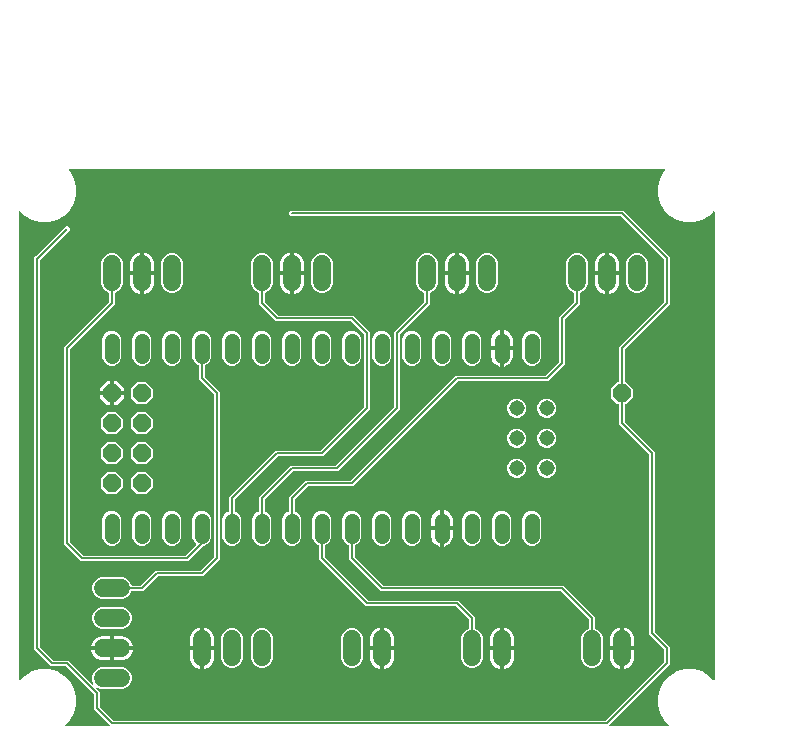
<source format=gtl>
G04 EAGLE Gerber X2 export*
%TF.Part,Single*%
%TF.FileFunction,Copper,L1,Top,Mixed*%
%TF.FilePolarity,Positive*%
%TF.GenerationSoftware,Autodesk,EAGLE,9.1.3*%
%TF.CreationDate,2019-02-17T14:50:35Z*%
G75*
%MOMM*%
%FSLAX34Y34*%
%LPD*%
%AMOC8*
5,1,8,0,0,1.08239X$1,22.5*%
G01*
%ADD10C,1.524000*%
%ADD11P,1.649562X8X292.500000*%
%ADD12C,1.308000*%
%ADD13C,1.308000*%
%ADD14P,1.649562X8X22.500000*%
%ADD15C,0.152400*%
%ADD16C,0.152400*%

G36*
X86438Y10172D02*
X86438Y10172D01*
X86510Y10174D01*
X86559Y10192D01*
X86610Y10200D01*
X86674Y10234D01*
X86741Y10259D01*
X86782Y10291D01*
X86828Y10316D01*
X86877Y10367D01*
X86933Y10412D01*
X86961Y10456D01*
X86997Y10494D01*
X87027Y10559D01*
X87066Y10619D01*
X87079Y10670D01*
X87101Y10717D01*
X87109Y10788D01*
X87126Y10858D01*
X87122Y10910D01*
X87128Y10961D01*
X87113Y11032D01*
X87107Y11103D01*
X87087Y11151D01*
X87076Y11202D01*
X87039Y11263D01*
X87011Y11329D01*
X86966Y11385D01*
X86949Y11413D01*
X86932Y11428D01*
X86906Y11460D01*
X75476Y22890D01*
X73913Y24453D01*
X73913Y36837D01*
X73912Y36844D01*
X73899Y36928D01*
X73891Y37018D01*
X73879Y37048D01*
X73874Y37080D01*
X73831Y37161D01*
X73795Y37245D01*
X73769Y37277D01*
X73758Y37298D01*
X73735Y37320D01*
X73690Y37376D01*
X50076Y60990D01*
X50002Y61043D01*
X49932Y61103D01*
X49902Y61115D01*
X49876Y61134D01*
X49789Y61161D01*
X49704Y61195D01*
X49663Y61199D01*
X49641Y61206D01*
X49609Y61205D01*
X49537Y61213D01*
X37153Y61213D01*
X23113Y75253D01*
X23113Y407347D01*
X24453Y408687D01*
X24832Y408687D01*
X24922Y408701D01*
X25013Y408709D01*
X25043Y408721D01*
X25075Y408726D01*
X25156Y408769D01*
X25240Y408805D01*
X25272Y408831D01*
X25292Y408842D01*
X25315Y408865D01*
X25371Y408910D01*
X50200Y433739D01*
X52095Y433739D01*
X53434Y432400D01*
X53434Y430505D01*
X27910Y404981D01*
X27857Y404907D01*
X27797Y404838D01*
X27785Y404807D01*
X27766Y404781D01*
X27739Y404694D01*
X27705Y404609D01*
X27701Y404569D01*
X27694Y404546D01*
X27695Y404514D01*
X27687Y404443D01*
X27687Y77463D01*
X27701Y77372D01*
X27709Y77282D01*
X27721Y77252D01*
X27726Y77220D01*
X27769Y77139D01*
X27805Y77055D01*
X27831Y77023D01*
X27842Y77002D01*
X27865Y76980D01*
X27910Y76924D01*
X38824Y66010D01*
X38898Y65957D01*
X38968Y65897D01*
X38998Y65885D01*
X39024Y65866D01*
X39111Y65839D01*
X39196Y65805D01*
X39237Y65801D01*
X39259Y65794D01*
X39291Y65795D01*
X39363Y65787D01*
X51747Y65787D01*
X71962Y45572D01*
X72041Y45515D01*
X72116Y45453D01*
X72141Y45443D01*
X72162Y45428D01*
X72255Y45399D01*
X72346Y45365D01*
X72372Y45363D01*
X72397Y45356D01*
X72494Y45358D01*
X72592Y45354D01*
X72617Y45361D01*
X72643Y45362D01*
X72735Y45396D01*
X72828Y45423D01*
X72849Y45438D01*
X72874Y45447D01*
X72950Y45507D01*
X73030Y45563D01*
X73046Y45584D01*
X73066Y45600D01*
X73119Y45682D01*
X73177Y45760D01*
X73185Y45785D01*
X73199Y45807D01*
X73223Y45902D01*
X73253Y45994D01*
X73253Y46020D01*
X73259Y46046D01*
X73252Y46143D01*
X73251Y46240D01*
X73241Y46272D01*
X73240Y46291D01*
X73227Y46321D01*
X73204Y46401D01*
X72135Y48981D01*
X72135Y52619D01*
X73527Y55980D01*
X76100Y58553D01*
X79461Y59945D01*
X98339Y59945D01*
X101700Y58553D01*
X104273Y55980D01*
X105665Y52619D01*
X105665Y48981D01*
X104273Y45620D01*
X101700Y43047D01*
X98339Y41655D01*
X79461Y41655D01*
X76881Y42724D01*
X76786Y42746D01*
X76693Y42775D01*
X76667Y42774D01*
X76642Y42780D01*
X76545Y42771D01*
X76447Y42768D01*
X76423Y42759D01*
X76397Y42757D01*
X76308Y42717D01*
X76216Y42684D01*
X76196Y42668D01*
X76172Y42657D01*
X76100Y42591D01*
X76024Y42530D01*
X76010Y42508D01*
X75991Y42491D01*
X75944Y42405D01*
X75891Y42323D01*
X75885Y42298D01*
X75872Y42275D01*
X75855Y42179D01*
X75831Y42085D01*
X75833Y42059D01*
X75829Y42033D01*
X75843Y41936D01*
X75851Y41840D01*
X75861Y41816D01*
X75865Y41790D01*
X75909Y41703D01*
X75947Y41613D01*
X75967Y41588D01*
X75976Y41570D01*
X76000Y41547D01*
X76052Y41482D01*
X76924Y40610D01*
X78487Y39047D01*
X78487Y26662D01*
X78501Y26572D01*
X78509Y26481D01*
X78521Y26452D01*
X78526Y26420D01*
X78569Y26339D01*
X78605Y26255D01*
X78631Y26223D01*
X78642Y26202D01*
X78665Y26180D01*
X78710Y26124D01*
X89624Y15210D01*
X89698Y15157D01*
X89768Y15097D01*
X89798Y15085D01*
X89824Y15066D01*
X89911Y15039D01*
X89996Y15005D01*
X90037Y15001D01*
X90059Y14994D01*
X90091Y14995D01*
X90163Y14987D01*
X506737Y14987D01*
X506828Y15001D01*
X506918Y15009D01*
X506948Y15021D01*
X506980Y15026D01*
X507061Y15069D01*
X507145Y15105D01*
X507177Y15131D01*
X507198Y15142D01*
X507220Y15165D01*
X507276Y15210D01*
X556290Y64224D01*
X556343Y64298D01*
X556403Y64368D01*
X556415Y64398D01*
X556434Y64424D01*
X556461Y64511D01*
X556495Y64596D01*
X556499Y64637D01*
X556506Y64659D01*
X556505Y64691D01*
X556513Y64763D01*
X556513Y74937D01*
X556499Y75028D01*
X556491Y75118D01*
X556479Y75148D01*
X556474Y75180D01*
X556431Y75261D01*
X556395Y75345D01*
X556369Y75377D01*
X556358Y75398D01*
X556335Y75420D01*
X556290Y75476D01*
X543813Y87953D01*
X543813Y240037D01*
X543799Y240128D01*
X543791Y240218D01*
X543779Y240248D01*
X543774Y240280D01*
X543731Y240361D01*
X543695Y240445D01*
X543669Y240477D01*
X543658Y240498D01*
X543635Y240520D01*
X543617Y240542D01*
X543613Y240549D01*
X543608Y240553D01*
X543590Y240576D01*
X518413Y265753D01*
X518413Y282194D01*
X518410Y282214D01*
X518412Y282233D01*
X518390Y282335D01*
X518374Y282437D01*
X518364Y282454D01*
X518360Y282474D01*
X518307Y282563D01*
X518258Y282654D01*
X518244Y282668D01*
X518234Y282685D01*
X518155Y282752D01*
X518080Y282824D01*
X518062Y282832D01*
X518047Y282845D01*
X517951Y282884D01*
X517857Y282927D01*
X517837Y282929D01*
X517819Y282937D01*
X517652Y282955D01*
X516912Y282955D01*
X511555Y288312D01*
X511555Y295888D01*
X516912Y301245D01*
X517652Y301245D01*
X517672Y301248D01*
X517691Y301246D01*
X517793Y301268D01*
X517895Y301284D01*
X517912Y301294D01*
X517932Y301298D01*
X518021Y301351D01*
X518112Y301400D01*
X518126Y301414D01*
X518143Y301424D01*
X518210Y301503D01*
X518282Y301578D01*
X518290Y301596D01*
X518303Y301611D01*
X518342Y301707D01*
X518385Y301801D01*
X518387Y301821D01*
X518395Y301839D01*
X518413Y302006D01*
X518413Y331147D01*
X556290Y369024D01*
X556343Y369098D01*
X556403Y369168D01*
X556415Y369198D01*
X556434Y369224D01*
X556461Y369311D01*
X556495Y369396D01*
X556499Y369437D01*
X556506Y369459D01*
X556505Y369491D01*
X556513Y369563D01*
X556513Y405138D01*
X556499Y405228D01*
X556491Y405319D01*
X556479Y405348D01*
X556474Y405380D01*
X556431Y405461D01*
X556395Y405545D01*
X556369Y405577D01*
X556358Y405598D01*
X556335Y405620D01*
X556290Y405676D01*
X519976Y441990D01*
X519902Y442043D01*
X519832Y442103D01*
X519802Y442115D01*
X519776Y442134D01*
X519689Y442161D01*
X519604Y442195D01*
X519563Y442199D01*
X519541Y442206D01*
X519509Y442205D01*
X519438Y442213D01*
X240353Y442213D01*
X239013Y443553D01*
X239013Y445447D01*
X240353Y446787D01*
X521647Y446787D01*
X523210Y445224D01*
X559524Y408910D01*
X561087Y407347D01*
X561087Y367353D01*
X523210Y329476D01*
X523157Y329402D01*
X523097Y329332D01*
X523085Y329302D01*
X523066Y329276D01*
X523039Y329189D01*
X523005Y329104D01*
X523001Y329063D01*
X522994Y329041D01*
X522995Y329009D01*
X522987Y328937D01*
X522987Y302006D01*
X522990Y301986D01*
X522988Y301967D01*
X523010Y301865D01*
X523026Y301763D01*
X523036Y301746D01*
X523040Y301726D01*
X523093Y301637D01*
X523142Y301546D01*
X523156Y301532D01*
X523166Y301515D01*
X523245Y301448D01*
X523320Y301376D01*
X523338Y301368D01*
X523353Y301355D01*
X523449Y301316D01*
X523543Y301273D01*
X523563Y301271D01*
X523581Y301263D01*
X523748Y301245D01*
X524488Y301245D01*
X529845Y295888D01*
X529845Y288312D01*
X524488Y282955D01*
X523748Y282955D01*
X523728Y282952D01*
X523709Y282954D01*
X523607Y282932D01*
X523505Y282916D01*
X523488Y282906D01*
X523468Y282902D01*
X523379Y282849D01*
X523288Y282800D01*
X523274Y282786D01*
X523257Y282776D01*
X523190Y282697D01*
X523118Y282622D01*
X523110Y282604D01*
X523097Y282589D01*
X523058Y282493D01*
X523015Y282399D01*
X523013Y282379D01*
X523005Y282361D01*
X522987Y282194D01*
X522987Y267963D01*
X523001Y267872D01*
X523009Y267782D01*
X523021Y267752D01*
X523026Y267720D01*
X523069Y267639D01*
X523105Y267555D01*
X523131Y267523D01*
X523142Y267502D01*
X523165Y267480D01*
X523210Y267424D01*
X548387Y242247D01*
X548387Y90163D01*
X548401Y90072D01*
X548409Y89982D01*
X548421Y89952D01*
X548426Y89920D01*
X548469Y89839D01*
X548505Y89755D01*
X548531Y89723D01*
X548542Y89702D01*
X548565Y89680D01*
X548610Y89624D01*
X561087Y77147D01*
X561087Y62553D01*
X509994Y11460D01*
X509952Y11402D01*
X509903Y11350D01*
X509881Y11303D01*
X509851Y11261D01*
X509830Y11192D01*
X509799Y11127D01*
X509794Y11075D01*
X509778Y11025D01*
X509780Y10954D01*
X509772Y10883D01*
X509783Y10832D01*
X509785Y10780D01*
X509809Y10712D01*
X509824Y10642D01*
X509851Y10597D01*
X509869Y10549D01*
X509914Y10493D01*
X509951Y10431D01*
X509990Y10397D01*
X510023Y10357D01*
X510083Y10318D01*
X510138Y10271D01*
X510186Y10252D01*
X510230Y10224D01*
X510299Y10206D01*
X510366Y10179D01*
X510437Y10171D01*
X510468Y10163D01*
X510492Y10165D01*
X510532Y10161D01*
X559883Y10161D01*
X559954Y10172D01*
X560026Y10174D01*
X560075Y10192D01*
X560126Y10200D01*
X560189Y10234D01*
X560257Y10259D01*
X560297Y10291D01*
X560343Y10316D01*
X560393Y10368D01*
X560449Y10412D01*
X560477Y10456D01*
X560513Y10494D01*
X560543Y10559D01*
X560582Y10619D01*
X560595Y10670D01*
X560616Y10717D01*
X560624Y10788D01*
X560642Y10858D01*
X560638Y10910D01*
X560644Y10961D01*
X560628Y11032D01*
X560623Y11103D01*
X560602Y11151D01*
X560591Y11202D01*
X560554Y11263D01*
X560526Y11329D01*
X560482Y11385D01*
X560465Y11413D01*
X560447Y11428D01*
X560422Y11460D01*
X556508Y15374D01*
X552997Y21455D01*
X551179Y28239D01*
X551179Y35261D01*
X552997Y42045D01*
X556508Y48126D01*
X561474Y53092D01*
X567555Y56603D01*
X574339Y58421D01*
X581361Y58421D01*
X588145Y56603D01*
X594226Y53092D01*
X597940Y49378D01*
X597998Y49337D01*
X598050Y49287D01*
X598097Y49265D01*
X598139Y49235D01*
X598208Y49214D01*
X598273Y49184D01*
X598325Y49178D01*
X598375Y49162D01*
X598446Y49164D01*
X598517Y49156D01*
X598568Y49167D01*
X598620Y49169D01*
X598688Y49193D01*
X598758Y49209D01*
X598803Y49235D01*
X598851Y49253D01*
X598907Y49298D01*
X598969Y49335D01*
X599003Y49374D01*
X599043Y49407D01*
X599082Y49467D01*
X599129Y49522D01*
X599148Y49570D01*
X599176Y49614D01*
X599194Y49683D01*
X599221Y49750D01*
X599229Y49821D01*
X599237Y49852D01*
X599235Y49876D01*
X599239Y49917D01*
X599239Y445383D01*
X599228Y445454D01*
X599226Y445526D01*
X599208Y445575D01*
X599200Y445626D01*
X599166Y445689D01*
X599141Y445757D01*
X599109Y445797D01*
X599084Y445843D01*
X599032Y445893D01*
X598988Y445949D01*
X598944Y445977D01*
X598906Y446013D01*
X598841Y446043D01*
X598781Y446082D01*
X598730Y446095D01*
X598683Y446116D01*
X598612Y446124D01*
X598542Y446142D01*
X598490Y446138D01*
X598439Y446144D01*
X598368Y446128D01*
X598297Y446123D01*
X598249Y446102D01*
X598198Y446091D01*
X598137Y446055D01*
X598071Y446026D01*
X598015Y445982D01*
X597987Y445965D01*
X597972Y445947D01*
X597940Y445922D01*
X594226Y442208D01*
X588145Y438697D01*
X581361Y436879D01*
X574339Y436879D01*
X567555Y438697D01*
X561474Y442208D01*
X556508Y447174D01*
X552997Y453255D01*
X551179Y460039D01*
X551179Y467061D01*
X552997Y473845D01*
X556508Y479926D01*
X557122Y480540D01*
X557164Y480598D01*
X557213Y480650D01*
X557235Y480697D01*
X557265Y480739D01*
X557286Y480808D01*
X557316Y480873D01*
X557322Y480925D01*
X557338Y480975D01*
X557336Y481046D01*
X557344Y481117D01*
X557333Y481168D01*
X557331Y481220D01*
X557307Y481288D01*
X557291Y481358D01*
X557265Y481403D01*
X557247Y481451D01*
X557202Y481507D01*
X557165Y481569D01*
X557126Y481603D01*
X557093Y481643D01*
X557033Y481682D01*
X556978Y481729D01*
X556930Y481748D01*
X556886Y481776D01*
X556817Y481794D01*
X556750Y481821D01*
X556679Y481829D01*
X556648Y481837D01*
X556624Y481835D01*
X556583Y481839D01*
X53017Y481839D01*
X52946Y481828D01*
X52874Y481826D01*
X52825Y481808D01*
X52774Y481800D01*
X52711Y481766D01*
X52643Y481741D01*
X52603Y481709D01*
X52557Y481684D01*
X52507Y481632D01*
X52451Y481588D01*
X52423Y481544D01*
X52387Y481506D01*
X52357Y481441D01*
X52318Y481381D01*
X52305Y481330D01*
X52284Y481283D01*
X52276Y481212D01*
X52258Y481142D01*
X52262Y481090D01*
X52256Y481039D01*
X52272Y480968D01*
X52277Y480897D01*
X52298Y480849D01*
X52309Y480798D01*
X52345Y480737D01*
X52374Y480671D01*
X52418Y480615D01*
X52435Y480587D01*
X52453Y480572D01*
X52478Y480540D01*
X53092Y479926D01*
X56603Y473845D01*
X58421Y467061D01*
X58421Y460039D01*
X56603Y453255D01*
X53092Y447174D01*
X48126Y442208D01*
X42045Y438697D01*
X35261Y436879D01*
X28239Y436879D01*
X21455Y438697D01*
X15374Y442208D01*
X11460Y446122D01*
X11402Y446163D01*
X11350Y446213D01*
X11303Y446235D01*
X11261Y446265D01*
X11192Y446286D01*
X11127Y446316D01*
X11075Y446322D01*
X11025Y446338D01*
X10954Y446336D01*
X10883Y446344D01*
X10832Y446333D01*
X10780Y446331D01*
X10712Y446307D01*
X10642Y446291D01*
X10597Y446265D01*
X10549Y446247D01*
X10493Y446202D01*
X10431Y446165D01*
X10397Y446126D01*
X10357Y446093D01*
X10318Y446033D01*
X10271Y445978D01*
X10252Y445930D01*
X10224Y445886D01*
X10206Y445817D01*
X10179Y445750D01*
X10171Y445679D01*
X10163Y445648D01*
X10165Y445624D01*
X10161Y445583D01*
X10161Y49717D01*
X10162Y49709D01*
X10162Y49706D01*
X10164Y49694D01*
X10172Y49646D01*
X10174Y49574D01*
X10192Y49525D01*
X10200Y49474D01*
X10234Y49411D01*
X10259Y49343D01*
X10291Y49303D01*
X10316Y49257D01*
X10368Y49207D01*
X10412Y49151D01*
X10456Y49123D01*
X10494Y49087D01*
X10559Y49057D01*
X10619Y49018D01*
X10670Y49005D01*
X10717Y48984D01*
X10788Y48976D01*
X10858Y48958D01*
X10910Y48962D01*
X10961Y48956D01*
X11032Y48972D01*
X11103Y48977D01*
X11151Y48998D01*
X11202Y49009D01*
X11263Y49046D01*
X11329Y49074D01*
X11385Y49118D01*
X11413Y49135D01*
X11428Y49153D01*
X11460Y49178D01*
X15374Y53092D01*
X21455Y56603D01*
X28239Y58421D01*
X35261Y58421D01*
X42045Y56603D01*
X48126Y53092D01*
X53092Y48126D01*
X56603Y42045D01*
X58421Y35261D01*
X58421Y28239D01*
X56603Y21455D01*
X53092Y15374D01*
X49178Y11460D01*
X49137Y11402D01*
X49087Y11350D01*
X49065Y11303D01*
X49035Y11261D01*
X49014Y11192D01*
X48984Y11127D01*
X48978Y11075D01*
X48962Y11025D01*
X48964Y10954D01*
X48956Y10883D01*
X48967Y10832D01*
X48969Y10780D01*
X48993Y10712D01*
X49009Y10642D01*
X49035Y10597D01*
X49053Y10549D01*
X49098Y10493D01*
X49135Y10431D01*
X49174Y10397D01*
X49207Y10357D01*
X49267Y10318D01*
X49322Y10271D01*
X49370Y10252D01*
X49414Y10224D01*
X49483Y10206D01*
X49550Y10179D01*
X49621Y10171D01*
X49652Y10163D01*
X49676Y10165D01*
X49717Y10161D01*
X86368Y10161D01*
X86438Y10172D01*
G37*
%LPC*%
G36*
X239696Y163195D02*
X239696Y163195D01*
X236732Y164423D01*
X234463Y166692D01*
X233235Y169656D01*
X233235Y185944D01*
X234463Y188908D01*
X236732Y191177D01*
X238543Y191927D01*
X238643Y191989D01*
X238743Y192049D01*
X238747Y192054D01*
X238752Y192057D01*
X238827Y192147D01*
X238903Y192236D01*
X238905Y192242D01*
X238909Y192246D01*
X238951Y192355D01*
X238995Y192464D01*
X238996Y192471D01*
X238997Y192476D01*
X238998Y192494D01*
X239013Y192631D01*
X239013Y204147D01*
X253053Y218187D01*
X290837Y218187D01*
X290928Y218201D01*
X291018Y218209D01*
X291048Y218221D01*
X291080Y218226D01*
X291161Y218269D01*
X291245Y218305D01*
X291277Y218331D01*
X291298Y218342D01*
X291320Y218365D01*
X291376Y218410D01*
X380053Y307087D01*
X455937Y307087D01*
X456028Y307101D01*
X456118Y307109D01*
X456148Y307121D01*
X456180Y307126D01*
X456261Y307169D01*
X456345Y307205D01*
X456377Y307231D01*
X456398Y307242D01*
X456420Y307265D01*
X456476Y307310D01*
X467390Y318224D01*
X467443Y318298D01*
X467503Y318368D01*
X467515Y318398D01*
X467534Y318424D01*
X467561Y318511D01*
X467595Y318596D01*
X467599Y318637D01*
X467606Y318659D01*
X467605Y318691D01*
X467613Y318763D01*
X467613Y356547D01*
X480090Y369024D01*
X480143Y369098D01*
X480203Y369168D01*
X480215Y369198D01*
X480234Y369224D01*
X480261Y369311D01*
X480295Y369396D01*
X480299Y369437D01*
X480306Y369459D01*
X480305Y369491D01*
X480313Y369563D01*
X480313Y376620D01*
X480294Y376735D01*
X480277Y376851D01*
X480275Y376857D01*
X480274Y376863D01*
X480219Y376966D01*
X480166Y377071D01*
X480161Y377075D01*
X480158Y377080D01*
X480074Y377160D01*
X479990Y377243D01*
X479984Y377246D01*
X479980Y377250D01*
X479963Y377258D01*
X479843Y377324D01*
X477420Y378327D01*
X474847Y380900D01*
X473455Y384261D01*
X473455Y403139D01*
X474847Y406500D01*
X477420Y409073D01*
X480781Y410465D01*
X484419Y410465D01*
X487780Y409073D01*
X490353Y406500D01*
X491745Y403139D01*
X491745Y384261D01*
X490353Y380900D01*
X487780Y378327D01*
X485357Y377324D01*
X485257Y377262D01*
X485157Y377202D01*
X485153Y377197D01*
X485148Y377194D01*
X485073Y377104D01*
X484997Y377015D01*
X484995Y377009D01*
X484991Y377005D01*
X484949Y376896D01*
X484905Y376787D01*
X484904Y376780D01*
X484903Y376775D01*
X484902Y376757D01*
X484887Y376620D01*
X484887Y367353D01*
X472410Y354876D01*
X472357Y354802D01*
X472297Y354732D01*
X472285Y354702D01*
X472266Y354676D01*
X472239Y354589D01*
X472205Y354504D01*
X472201Y354463D01*
X472194Y354441D01*
X472195Y354409D01*
X472187Y354337D01*
X472187Y316553D01*
X458147Y302513D01*
X382263Y302513D01*
X382172Y302499D01*
X382082Y302491D01*
X382052Y302479D01*
X382020Y302474D01*
X381939Y302431D01*
X381855Y302395D01*
X381823Y302369D01*
X381802Y302358D01*
X381780Y302335D01*
X381724Y302290D01*
X293047Y213613D01*
X255263Y213613D01*
X255172Y213599D01*
X255082Y213591D01*
X255052Y213579D01*
X255020Y213574D01*
X254939Y213531D01*
X254855Y213495D01*
X254823Y213469D01*
X254802Y213458D01*
X254780Y213435D01*
X254724Y213390D01*
X243810Y202476D01*
X243757Y202402D01*
X243697Y202332D01*
X243685Y202302D01*
X243666Y202276D01*
X243639Y202189D01*
X243605Y202104D01*
X243601Y202063D01*
X243594Y202041D01*
X243595Y202009D01*
X243587Y201937D01*
X243587Y192631D01*
X243606Y192515D01*
X243623Y192400D01*
X243625Y192394D01*
X243626Y192388D01*
X243681Y192285D01*
X243734Y192180D01*
X243739Y192176D01*
X243742Y192171D01*
X243826Y192091D01*
X243910Y192008D01*
X243916Y192005D01*
X243920Y192001D01*
X243937Y191993D01*
X244057Y191927D01*
X245868Y191177D01*
X248137Y188908D01*
X249365Y185944D01*
X249365Y169656D01*
X248137Y166692D01*
X245868Y164423D01*
X242904Y163195D01*
X239696Y163195D01*
G37*
%LPD*%
%LPC*%
G36*
X62553Y150113D02*
X62553Y150113D01*
X48513Y164153D01*
X48513Y331147D01*
X86390Y369024D01*
X86443Y369098D01*
X86503Y369168D01*
X86515Y369198D01*
X86534Y369224D01*
X86561Y369311D01*
X86595Y369396D01*
X86599Y369437D01*
X86606Y369459D01*
X86605Y369491D01*
X86613Y369563D01*
X86613Y376620D01*
X86594Y376735D01*
X86577Y376851D01*
X86575Y376857D01*
X86574Y376863D01*
X86519Y376966D01*
X86466Y377071D01*
X86461Y377075D01*
X86458Y377080D01*
X86374Y377160D01*
X86290Y377243D01*
X86284Y377246D01*
X86280Y377250D01*
X86263Y377258D01*
X86143Y377324D01*
X83720Y378327D01*
X81147Y380900D01*
X79755Y384261D01*
X79755Y403139D01*
X81147Y406500D01*
X83720Y409073D01*
X87081Y410465D01*
X90719Y410465D01*
X94080Y409073D01*
X96653Y406500D01*
X98045Y403139D01*
X98045Y384261D01*
X96653Y380900D01*
X94080Y378327D01*
X91657Y377324D01*
X91557Y377262D01*
X91457Y377202D01*
X91453Y377197D01*
X91448Y377194D01*
X91373Y377104D01*
X91297Y377015D01*
X91295Y377009D01*
X91291Y377005D01*
X91249Y376896D01*
X91205Y376787D01*
X91204Y376780D01*
X91203Y376775D01*
X91202Y376757D01*
X91187Y376620D01*
X91187Y367353D01*
X53310Y329476D01*
X53257Y329402D01*
X53197Y329332D01*
X53185Y329302D01*
X53166Y329276D01*
X53139Y329189D01*
X53105Y329104D01*
X53101Y329063D01*
X53094Y329041D01*
X53095Y329009D01*
X53087Y328937D01*
X53087Y166363D01*
X53101Y166272D01*
X53109Y166182D01*
X53121Y166152D01*
X53126Y166120D01*
X53169Y166039D01*
X53205Y165955D01*
X53231Y165923D01*
X53242Y165902D01*
X53265Y165880D01*
X53310Y165824D01*
X64224Y154910D01*
X64298Y154857D01*
X64368Y154797D01*
X64398Y154785D01*
X64424Y154766D01*
X64511Y154739D01*
X64596Y154705D01*
X64637Y154701D01*
X64659Y154694D01*
X64691Y154695D01*
X64763Y154687D01*
X151137Y154687D01*
X151228Y154701D01*
X151318Y154709D01*
X151348Y154721D01*
X151380Y154726D01*
X151461Y154769D01*
X151545Y154805D01*
X151577Y154831D01*
X151598Y154842D01*
X151620Y154865D01*
X151676Y154910D01*
X160322Y163556D01*
X160334Y163572D01*
X160349Y163585D01*
X160405Y163672D01*
X160466Y163756D01*
X160472Y163775D01*
X160482Y163792D01*
X160508Y163892D01*
X160538Y163991D01*
X160538Y164011D01*
X160542Y164030D01*
X160534Y164133D01*
X160532Y164237D01*
X160525Y164256D01*
X160523Y164275D01*
X160483Y164370D01*
X160447Y164468D01*
X160435Y164483D01*
X160427Y164502D01*
X160322Y164633D01*
X158263Y166692D01*
X157035Y169656D01*
X157035Y185944D01*
X158263Y188908D01*
X160532Y191177D01*
X163496Y192405D01*
X166704Y192405D01*
X169668Y191177D01*
X171937Y188908D01*
X173165Y185944D01*
X173165Y169656D01*
X171937Y166692D01*
X169668Y164423D01*
X166678Y163184D01*
X166654Y163181D01*
X166564Y163173D01*
X166534Y163161D01*
X166502Y163156D01*
X166421Y163113D01*
X166337Y163077D01*
X166305Y163051D01*
X166284Y163040D01*
X166263Y163018D01*
X166261Y163017D01*
X166257Y163013D01*
X166206Y162972D01*
X153347Y150113D01*
X62553Y150113D01*
G37*
%LPD*%
%LPC*%
G36*
X188896Y163195D02*
X188896Y163195D01*
X185932Y164423D01*
X183663Y166692D01*
X182435Y169656D01*
X182435Y185944D01*
X183663Y188908D01*
X185932Y191177D01*
X187743Y191927D01*
X187843Y191989D01*
X187943Y192049D01*
X187947Y192054D01*
X187952Y192057D01*
X188027Y192147D01*
X188103Y192236D01*
X188105Y192242D01*
X188109Y192246D01*
X188151Y192355D01*
X188195Y192464D01*
X188196Y192471D01*
X188197Y192476D01*
X188198Y192494D01*
X188213Y192631D01*
X188213Y204147D01*
X227653Y243587D01*
X265437Y243587D01*
X265528Y243601D01*
X265618Y243609D01*
X265648Y243621D01*
X265680Y243626D01*
X265761Y243669D01*
X265845Y243705D01*
X265877Y243731D01*
X265898Y243742D01*
X265920Y243765D01*
X265976Y243810D01*
X302290Y280124D01*
X302343Y280198D01*
X302403Y280268D01*
X302415Y280298D01*
X302434Y280324D01*
X302461Y280411D01*
X302495Y280496D01*
X302499Y280537D01*
X302506Y280559D01*
X302505Y280591D01*
X302513Y280663D01*
X302513Y341637D01*
X302499Y341728D01*
X302491Y341818D01*
X302479Y341848D01*
X302474Y341880D01*
X302431Y341961D01*
X302395Y342045D01*
X302369Y342077D01*
X302358Y342098D01*
X302335Y342120D01*
X302290Y342176D01*
X291376Y353090D01*
X291302Y353143D01*
X291232Y353203D01*
X291202Y353215D01*
X291176Y353234D01*
X291089Y353261D01*
X291004Y353295D01*
X290963Y353299D01*
X290941Y353306D01*
X290909Y353305D01*
X290837Y353313D01*
X227653Y353313D01*
X213613Y367353D01*
X213613Y376620D01*
X213594Y376735D01*
X213577Y376851D01*
X213575Y376857D01*
X213574Y376863D01*
X213519Y376966D01*
X213466Y377071D01*
X213461Y377075D01*
X213458Y377080D01*
X213374Y377160D01*
X213290Y377243D01*
X213284Y377246D01*
X213280Y377250D01*
X213263Y377258D01*
X213143Y377324D01*
X210720Y378327D01*
X208147Y380900D01*
X206755Y384261D01*
X206755Y403139D01*
X208147Y406500D01*
X210720Y409073D01*
X214081Y410465D01*
X217719Y410465D01*
X221080Y409073D01*
X223653Y406500D01*
X225045Y403139D01*
X225045Y384261D01*
X223653Y380900D01*
X221080Y378327D01*
X218657Y377324D01*
X218557Y377262D01*
X218457Y377202D01*
X218453Y377197D01*
X218448Y377194D01*
X218373Y377104D01*
X218297Y377015D01*
X218295Y377009D01*
X218291Y377005D01*
X218249Y376896D01*
X218205Y376787D01*
X218204Y376780D01*
X218203Y376775D01*
X218202Y376757D01*
X218187Y376620D01*
X218187Y369563D01*
X218201Y369472D01*
X218209Y369382D01*
X218221Y369352D01*
X218226Y369320D01*
X218269Y369239D01*
X218305Y369155D01*
X218331Y369123D01*
X218342Y369102D01*
X218365Y369080D01*
X218410Y369024D01*
X229324Y358110D01*
X229398Y358057D01*
X229468Y357997D01*
X229498Y357985D01*
X229524Y357966D01*
X229611Y357939D01*
X229696Y357905D01*
X229737Y357901D01*
X229759Y357894D01*
X229791Y357895D01*
X229863Y357887D01*
X293047Y357887D01*
X307087Y343847D01*
X307087Y278453D01*
X267647Y239013D01*
X229863Y239013D01*
X229772Y238999D01*
X229682Y238991D01*
X229652Y238979D01*
X229620Y238974D01*
X229539Y238931D01*
X229455Y238895D01*
X229423Y238869D01*
X229402Y238858D01*
X229380Y238835D01*
X229324Y238790D01*
X193010Y202476D01*
X192957Y202402D01*
X192897Y202332D01*
X192885Y202302D01*
X192866Y202276D01*
X192839Y202189D01*
X192805Y202104D01*
X192801Y202063D01*
X192794Y202041D01*
X192795Y202009D01*
X192787Y201937D01*
X192787Y192631D01*
X192806Y192515D01*
X192823Y192400D01*
X192825Y192394D01*
X192826Y192388D01*
X192881Y192285D01*
X192934Y192180D01*
X192939Y192176D01*
X192942Y192171D01*
X193026Y192091D01*
X193110Y192008D01*
X193116Y192005D01*
X193120Y192001D01*
X193137Y191993D01*
X193257Y191927D01*
X195068Y191177D01*
X197337Y188908D01*
X198565Y185944D01*
X198565Y169656D01*
X197337Y166692D01*
X195068Y164423D01*
X192104Y163195D01*
X188896Y163195D01*
G37*
%LPD*%
%LPC*%
G36*
X214296Y163195D02*
X214296Y163195D01*
X211332Y164423D01*
X209063Y166692D01*
X207835Y169656D01*
X207835Y185944D01*
X209063Y188908D01*
X211332Y191177D01*
X213143Y191927D01*
X213243Y191989D01*
X213343Y192049D01*
X213347Y192054D01*
X213352Y192057D01*
X213427Y192147D01*
X213503Y192236D01*
X213505Y192242D01*
X213509Y192246D01*
X213551Y192355D01*
X213595Y192464D01*
X213596Y192471D01*
X213597Y192476D01*
X213598Y192494D01*
X213613Y192631D01*
X213613Y204147D01*
X240353Y230887D01*
X278137Y230887D01*
X278228Y230901D01*
X278318Y230909D01*
X278348Y230921D01*
X278380Y230926D01*
X278461Y230969D01*
X278545Y231005D01*
X278577Y231031D01*
X278598Y231042D01*
X278620Y231065D01*
X278676Y231110D01*
X327690Y280124D01*
X327743Y280198D01*
X327803Y280268D01*
X327815Y280298D01*
X327834Y280324D01*
X327861Y280411D01*
X327895Y280496D01*
X327899Y280537D01*
X327906Y280559D01*
X327905Y280591D01*
X327913Y280662D01*
X327913Y343847D01*
X329476Y345410D01*
X353090Y369024D01*
X353143Y369098D01*
X353203Y369168D01*
X353215Y369198D01*
X353234Y369224D01*
X353261Y369311D01*
X353295Y369396D01*
X353299Y369437D01*
X353306Y369459D01*
X353305Y369491D01*
X353313Y369562D01*
X353313Y376620D01*
X353294Y376735D01*
X353277Y376851D01*
X353275Y376857D01*
X353274Y376863D01*
X353219Y376966D01*
X353166Y377071D01*
X353161Y377075D01*
X353158Y377080D01*
X353074Y377160D01*
X352990Y377243D01*
X352984Y377246D01*
X352980Y377250D01*
X352963Y377258D01*
X352843Y377324D01*
X350420Y378327D01*
X347847Y380900D01*
X346455Y384261D01*
X346455Y403139D01*
X347847Y406500D01*
X350420Y409073D01*
X353781Y410465D01*
X357419Y410465D01*
X360780Y409073D01*
X363353Y406500D01*
X364745Y403139D01*
X364745Y384261D01*
X363353Y380900D01*
X360780Y378327D01*
X358357Y377324D01*
X358257Y377262D01*
X358157Y377202D01*
X358153Y377197D01*
X358148Y377194D01*
X358073Y377104D01*
X357997Y377015D01*
X357995Y377009D01*
X357991Y377005D01*
X357949Y376896D01*
X357905Y376787D01*
X357904Y376780D01*
X357903Y376775D01*
X357902Y376757D01*
X357887Y376620D01*
X357887Y367353D01*
X356324Y365790D01*
X332710Y342176D01*
X332657Y342102D01*
X332597Y342032D01*
X332585Y342002D01*
X332566Y341976D01*
X332539Y341889D01*
X332505Y341804D01*
X332501Y341763D01*
X332494Y341741D01*
X332495Y341709D01*
X332487Y341638D01*
X332487Y278453D01*
X330924Y276890D01*
X280347Y226313D01*
X242563Y226313D01*
X242472Y226299D01*
X242382Y226291D01*
X242352Y226279D01*
X242320Y226274D01*
X242239Y226231D01*
X242155Y226195D01*
X242123Y226169D01*
X242102Y226158D01*
X242080Y226135D01*
X242024Y226090D01*
X218410Y202476D01*
X218357Y202402D01*
X218297Y202332D01*
X218285Y202302D01*
X218266Y202276D01*
X218239Y202189D01*
X218205Y202104D01*
X218201Y202063D01*
X218194Y202041D01*
X218195Y202009D01*
X218187Y201937D01*
X218187Y192631D01*
X218206Y192515D01*
X218223Y192400D01*
X218225Y192394D01*
X218226Y192388D01*
X218281Y192285D01*
X218334Y192180D01*
X218339Y192176D01*
X218342Y192171D01*
X218426Y192091D01*
X218510Y192008D01*
X218516Y192005D01*
X218520Y192001D01*
X218537Y191993D01*
X218657Y191927D01*
X220468Y191177D01*
X222737Y188908D01*
X223965Y185944D01*
X223965Y169656D01*
X222737Y166692D01*
X220468Y164423D01*
X217504Y163195D01*
X214296Y163195D01*
G37*
%LPD*%
%LPC*%
G36*
X79461Y117855D02*
X79461Y117855D01*
X76100Y119247D01*
X73527Y121820D01*
X72135Y125181D01*
X72135Y128819D01*
X73527Y132180D01*
X76100Y134753D01*
X79461Y136145D01*
X98339Y136145D01*
X101700Y134753D01*
X104273Y132180D01*
X105276Y129757D01*
X105338Y129657D01*
X105398Y129557D01*
X105403Y129553D01*
X105406Y129548D01*
X105496Y129473D01*
X105585Y129397D01*
X105591Y129395D01*
X105595Y129391D01*
X105704Y129349D01*
X105813Y129305D01*
X105820Y129304D01*
X105825Y129303D01*
X105843Y129302D01*
X105980Y129287D01*
X113037Y129287D01*
X113128Y129301D01*
X113218Y129309D01*
X113248Y129321D01*
X113280Y129326D01*
X113361Y129369D01*
X113445Y129405D01*
X113477Y129431D01*
X113498Y129442D01*
X113520Y129465D01*
X113576Y129510D01*
X126053Y141987D01*
X163837Y141987D01*
X163928Y142001D01*
X164018Y142009D01*
X164048Y142021D01*
X164080Y142026D01*
X164161Y142069D01*
X164245Y142105D01*
X164277Y142131D01*
X164298Y142142D01*
X164320Y142165D01*
X164376Y142210D01*
X175290Y153124D01*
X175343Y153198D01*
X175403Y153268D01*
X175415Y153298D01*
X175434Y153324D01*
X175461Y153411D01*
X175495Y153496D01*
X175499Y153537D01*
X175506Y153559D01*
X175505Y153591D01*
X175513Y153663D01*
X175513Y290837D01*
X175499Y290928D01*
X175491Y291018D01*
X175479Y291048D01*
X175474Y291080D01*
X175431Y291161D01*
X175395Y291245D01*
X175369Y291277D01*
X175358Y291298D01*
X175335Y291320D01*
X175290Y291376D01*
X162813Y303853D01*
X162813Y315369D01*
X162794Y315484D01*
X162777Y315600D01*
X162775Y315606D01*
X162774Y315612D01*
X162719Y315715D01*
X162666Y315820D01*
X162661Y315824D01*
X162658Y315829D01*
X162574Y315909D01*
X162490Y315992D01*
X162484Y315995D01*
X162480Y315999D01*
X162463Y316007D01*
X162343Y316073D01*
X160532Y316823D01*
X158263Y319092D01*
X157035Y322056D01*
X157035Y338344D01*
X158263Y341308D01*
X160532Y343577D01*
X163496Y344805D01*
X166704Y344805D01*
X169668Y343577D01*
X171937Y341308D01*
X173165Y338344D01*
X173165Y322056D01*
X171937Y319092D01*
X169668Y316823D01*
X167857Y316073D01*
X167757Y316011D01*
X167657Y315951D01*
X167653Y315946D01*
X167648Y315943D01*
X167573Y315853D01*
X167497Y315764D01*
X167495Y315758D01*
X167491Y315754D01*
X167449Y315645D01*
X167405Y315536D01*
X167404Y315529D01*
X167403Y315524D01*
X167402Y315506D01*
X167387Y315369D01*
X167387Y306063D01*
X167401Y305972D01*
X167409Y305882D01*
X167421Y305852D01*
X167426Y305820D01*
X167469Y305739D01*
X167505Y305655D01*
X167531Y305623D01*
X167542Y305602D01*
X167565Y305580D01*
X167610Y305524D01*
X180087Y293047D01*
X180087Y151453D01*
X166047Y137413D01*
X128263Y137413D01*
X128172Y137399D01*
X128082Y137391D01*
X128052Y137379D01*
X128020Y137374D01*
X127939Y137331D01*
X127855Y137295D01*
X127823Y137269D01*
X127802Y137258D01*
X127780Y137235D01*
X127724Y137190D01*
X115247Y124713D01*
X105980Y124713D01*
X105865Y124694D01*
X105749Y124677D01*
X105743Y124675D01*
X105737Y124674D01*
X105634Y124619D01*
X105529Y124566D01*
X105525Y124561D01*
X105520Y124558D01*
X105440Y124474D01*
X105357Y124390D01*
X105354Y124384D01*
X105350Y124380D01*
X105342Y124363D01*
X105276Y124243D01*
X104273Y121820D01*
X101700Y119247D01*
X98339Y117855D01*
X79461Y117855D01*
G37*
%LPD*%
%LPC*%
G36*
X493481Y59435D02*
X493481Y59435D01*
X490120Y60827D01*
X487547Y63400D01*
X486155Y66761D01*
X486155Y85639D01*
X487547Y89000D01*
X490120Y91573D01*
X492543Y92576D01*
X492643Y92638D01*
X492743Y92698D01*
X492747Y92703D01*
X492752Y92706D01*
X492827Y92796D01*
X492903Y92885D01*
X492905Y92891D01*
X492909Y92895D01*
X492951Y93004D01*
X492995Y93113D01*
X492996Y93120D01*
X492997Y93125D01*
X492998Y93143D01*
X493013Y93280D01*
X493013Y100337D01*
X492999Y100428D01*
X492991Y100518D01*
X492979Y100548D01*
X492974Y100580D01*
X492931Y100661D01*
X492895Y100745D01*
X492869Y100777D01*
X492858Y100798D01*
X492835Y100820D01*
X492790Y100876D01*
X469176Y124490D01*
X469102Y124543D01*
X469032Y124603D01*
X469002Y124615D01*
X468976Y124634D01*
X468889Y124661D01*
X468804Y124695D01*
X468763Y124699D01*
X468741Y124706D01*
X468709Y124705D01*
X468637Y124713D01*
X316553Y124713D01*
X289813Y151453D01*
X289813Y162969D01*
X289794Y163084D01*
X289777Y163200D01*
X289775Y163206D01*
X289774Y163212D01*
X289719Y163315D01*
X289666Y163420D01*
X289661Y163424D01*
X289658Y163429D01*
X289574Y163509D01*
X289490Y163592D01*
X289484Y163595D01*
X289480Y163599D01*
X289463Y163607D01*
X289343Y163673D01*
X287532Y164423D01*
X285263Y166692D01*
X284035Y169656D01*
X284035Y185944D01*
X285263Y188908D01*
X287532Y191177D01*
X290496Y192405D01*
X293704Y192405D01*
X296668Y191177D01*
X298937Y188908D01*
X300165Y185944D01*
X300165Y169656D01*
X298937Y166692D01*
X296668Y164423D01*
X294857Y163673D01*
X294757Y163611D01*
X294657Y163551D01*
X294653Y163546D01*
X294648Y163543D01*
X294573Y163453D01*
X294497Y163364D01*
X294495Y163358D01*
X294491Y163354D01*
X294449Y163245D01*
X294405Y163136D01*
X294404Y163129D01*
X294403Y163124D01*
X294402Y163106D01*
X294387Y162969D01*
X294387Y153663D01*
X294401Y153572D01*
X294409Y153482D01*
X294421Y153452D01*
X294426Y153420D01*
X294469Y153339D01*
X294505Y153255D01*
X294531Y153223D01*
X294542Y153202D01*
X294565Y153180D01*
X294610Y153124D01*
X318224Y129510D01*
X318298Y129457D01*
X318368Y129397D01*
X318398Y129385D01*
X318424Y129366D01*
X318511Y129339D01*
X318596Y129305D01*
X318637Y129301D01*
X318659Y129294D01*
X318691Y129295D01*
X318763Y129287D01*
X470847Y129287D01*
X497587Y102547D01*
X497587Y93280D01*
X497606Y93165D01*
X497623Y93049D01*
X497625Y93043D01*
X497626Y93037D01*
X497681Y92934D01*
X497734Y92829D01*
X497739Y92825D01*
X497742Y92820D01*
X497826Y92740D01*
X497910Y92657D01*
X497916Y92654D01*
X497920Y92650D01*
X497937Y92642D01*
X498057Y92576D01*
X500480Y91573D01*
X503053Y89000D01*
X504445Y85639D01*
X504445Y66761D01*
X503053Y63400D01*
X500480Y60827D01*
X497119Y59435D01*
X493481Y59435D01*
G37*
%LPD*%
%LPC*%
G36*
X391881Y59435D02*
X391881Y59435D01*
X388520Y60827D01*
X385947Y63400D01*
X384555Y66761D01*
X384555Y85639D01*
X385947Y89000D01*
X388520Y91573D01*
X390943Y92576D01*
X391043Y92638D01*
X391143Y92698D01*
X391147Y92703D01*
X391152Y92706D01*
X391227Y92796D01*
X391303Y92885D01*
X391305Y92891D01*
X391309Y92895D01*
X391351Y93004D01*
X391395Y93113D01*
X391396Y93120D01*
X391397Y93125D01*
X391398Y93143D01*
X391413Y93280D01*
X391413Y100337D01*
X391399Y100428D01*
X391391Y100518D01*
X391379Y100548D01*
X391374Y100580D01*
X391331Y100661D01*
X391295Y100745D01*
X391269Y100777D01*
X391258Y100798D01*
X391235Y100820D01*
X391190Y100876D01*
X380276Y111790D01*
X380202Y111843D01*
X380132Y111903D01*
X380102Y111915D01*
X380076Y111934D01*
X379989Y111961D01*
X379904Y111995D01*
X379863Y111999D01*
X379841Y112006D01*
X379809Y112005D01*
X379737Y112013D01*
X303853Y112013D01*
X264413Y151453D01*
X264413Y162969D01*
X264394Y163084D01*
X264377Y163200D01*
X264375Y163206D01*
X264374Y163212D01*
X264319Y163315D01*
X264266Y163420D01*
X264261Y163424D01*
X264258Y163429D01*
X264174Y163509D01*
X264090Y163592D01*
X264084Y163595D01*
X264080Y163599D01*
X264063Y163607D01*
X263943Y163673D01*
X262132Y164423D01*
X259863Y166692D01*
X258635Y169656D01*
X258635Y185944D01*
X259863Y188908D01*
X262132Y191177D01*
X265096Y192405D01*
X268304Y192405D01*
X271268Y191177D01*
X273537Y188908D01*
X274765Y185944D01*
X274765Y169656D01*
X273537Y166692D01*
X271268Y164423D01*
X269457Y163673D01*
X269357Y163611D01*
X269257Y163551D01*
X269253Y163546D01*
X269248Y163543D01*
X269173Y163453D01*
X269097Y163364D01*
X269095Y163358D01*
X269091Y163354D01*
X269049Y163245D01*
X269005Y163136D01*
X269004Y163129D01*
X269003Y163124D01*
X269002Y163106D01*
X268987Y162969D01*
X268987Y153663D01*
X269001Y153572D01*
X269009Y153482D01*
X269021Y153452D01*
X269026Y153420D01*
X269069Y153339D01*
X269105Y153255D01*
X269131Y153223D01*
X269142Y153202D01*
X269165Y153180D01*
X269210Y153124D01*
X305524Y116810D01*
X305598Y116757D01*
X305668Y116697D01*
X305698Y116685D01*
X305724Y116666D01*
X305811Y116639D01*
X305896Y116605D01*
X305937Y116601D01*
X305959Y116594D01*
X305991Y116595D01*
X306063Y116587D01*
X381947Y116587D01*
X395987Y102547D01*
X395987Y93280D01*
X396006Y93165D01*
X396023Y93049D01*
X396025Y93043D01*
X396026Y93037D01*
X396081Y92934D01*
X396134Y92829D01*
X396139Y92825D01*
X396142Y92820D01*
X396226Y92740D01*
X396310Y92657D01*
X396316Y92654D01*
X396320Y92650D01*
X396337Y92642D01*
X396457Y92576D01*
X398880Y91573D01*
X401453Y89000D01*
X402845Y85639D01*
X402845Y66761D01*
X401453Y63400D01*
X398880Y60827D01*
X395519Y59435D01*
X391881Y59435D01*
G37*
%LPD*%
%LPC*%
G36*
X79461Y92455D02*
X79461Y92455D01*
X76100Y93847D01*
X73527Y96420D01*
X72135Y99781D01*
X72135Y103419D01*
X73527Y106780D01*
X76100Y109353D01*
X79461Y110745D01*
X98339Y110745D01*
X101700Y109353D01*
X104273Y106780D01*
X105665Y103419D01*
X105665Y99781D01*
X104273Y96420D01*
X101700Y93847D01*
X98339Y92455D01*
X79461Y92455D01*
G37*
%LPD*%
%LPC*%
G36*
X264881Y376935D02*
X264881Y376935D01*
X261520Y378327D01*
X258947Y380900D01*
X257555Y384261D01*
X257555Y403139D01*
X258947Y406500D01*
X261520Y409073D01*
X264881Y410465D01*
X268519Y410465D01*
X271880Y409073D01*
X274453Y406500D01*
X275845Y403139D01*
X275845Y384261D01*
X274453Y380900D01*
X271880Y378327D01*
X268519Y376935D01*
X264881Y376935D01*
G37*
%LPD*%
%LPC*%
G36*
X137881Y376935D02*
X137881Y376935D01*
X134520Y378327D01*
X131947Y380900D01*
X130555Y384261D01*
X130555Y403139D01*
X131947Y406500D01*
X134520Y409073D01*
X137881Y410465D01*
X141519Y410465D01*
X144880Y409073D01*
X147453Y406500D01*
X148845Y403139D01*
X148845Y384261D01*
X147453Y380900D01*
X144880Y378327D01*
X141519Y376935D01*
X137881Y376935D01*
G37*
%LPD*%
%LPC*%
G36*
X290281Y59435D02*
X290281Y59435D01*
X286920Y60827D01*
X284347Y63400D01*
X282955Y66761D01*
X282955Y85639D01*
X284347Y89000D01*
X286920Y91573D01*
X290281Y92965D01*
X293919Y92965D01*
X297280Y91573D01*
X299853Y89000D01*
X301245Y85639D01*
X301245Y66761D01*
X299853Y63400D01*
X297280Y60827D01*
X293919Y59435D01*
X290281Y59435D01*
G37*
%LPD*%
%LPC*%
G36*
X214081Y59435D02*
X214081Y59435D01*
X210720Y60827D01*
X208147Y63400D01*
X206755Y66761D01*
X206755Y85639D01*
X208147Y89000D01*
X210720Y91573D01*
X214081Y92965D01*
X217719Y92965D01*
X221080Y91573D01*
X223653Y89000D01*
X225045Y85639D01*
X225045Y66761D01*
X223653Y63400D01*
X221080Y60827D01*
X217719Y59435D01*
X214081Y59435D01*
G37*
%LPD*%
%LPC*%
G36*
X531581Y376935D02*
X531581Y376935D01*
X528220Y378327D01*
X525647Y380900D01*
X524255Y384261D01*
X524255Y403139D01*
X525647Y406500D01*
X528220Y409073D01*
X531581Y410465D01*
X535219Y410465D01*
X538580Y409073D01*
X541153Y406500D01*
X542545Y403139D01*
X542545Y384261D01*
X541153Y380900D01*
X538580Y378327D01*
X535219Y376935D01*
X531581Y376935D01*
G37*
%LPD*%
%LPC*%
G36*
X188681Y59435D02*
X188681Y59435D01*
X185320Y60827D01*
X182747Y63400D01*
X181355Y66761D01*
X181355Y85639D01*
X182747Y89000D01*
X185320Y91573D01*
X188681Y92965D01*
X192319Y92965D01*
X195680Y91573D01*
X198253Y89000D01*
X199645Y85639D01*
X199645Y66761D01*
X198253Y63400D01*
X195680Y60827D01*
X192319Y59435D01*
X188681Y59435D01*
G37*
%LPD*%
%LPC*%
G36*
X404581Y376935D02*
X404581Y376935D01*
X401220Y378327D01*
X398647Y380900D01*
X397255Y384261D01*
X397255Y403139D01*
X398647Y406500D01*
X401220Y409073D01*
X404581Y410465D01*
X408219Y410465D01*
X411580Y409073D01*
X414153Y406500D01*
X415545Y403139D01*
X415545Y384261D01*
X414153Y380900D01*
X411580Y378327D01*
X408219Y376935D01*
X404581Y376935D01*
G37*
%LPD*%
%LPC*%
G36*
X138096Y163195D02*
X138096Y163195D01*
X135132Y164423D01*
X132863Y166692D01*
X131635Y169656D01*
X131635Y185944D01*
X132863Y188908D01*
X135132Y191177D01*
X138096Y192405D01*
X141304Y192405D01*
X144268Y191177D01*
X146537Y188908D01*
X147765Y185944D01*
X147765Y169656D01*
X146537Y166692D01*
X144268Y164423D01*
X141304Y163195D01*
X138096Y163195D01*
G37*
%LPD*%
%LPC*%
G36*
X112696Y163195D02*
X112696Y163195D01*
X109732Y164423D01*
X107463Y166692D01*
X106235Y169656D01*
X106235Y185944D01*
X107463Y188908D01*
X109732Y191177D01*
X112696Y192405D01*
X115904Y192405D01*
X118868Y191177D01*
X121137Y188908D01*
X122365Y185944D01*
X122365Y169656D01*
X121137Y166692D01*
X118868Y164423D01*
X115904Y163195D01*
X112696Y163195D01*
G37*
%LPD*%
%LPC*%
G36*
X87296Y163195D02*
X87296Y163195D01*
X84332Y164423D01*
X82063Y166692D01*
X80835Y169656D01*
X80835Y185944D01*
X82063Y188908D01*
X84332Y191177D01*
X87296Y192405D01*
X90504Y192405D01*
X93468Y191177D01*
X95737Y188908D01*
X96965Y185944D01*
X96965Y169656D01*
X95737Y166692D01*
X93468Y164423D01*
X90504Y163195D01*
X87296Y163195D01*
G37*
%LPD*%
%LPC*%
G36*
X417496Y163195D02*
X417496Y163195D01*
X414532Y164423D01*
X412263Y166692D01*
X411035Y169656D01*
X411035Y185944D01*
X412263Y188908D01*
X414532Y191177D01*
X417496Y192405D01*
X420704Y192405D01*
X423668Y191177D01*
X425937Y188908D01*
X427165Y185944D01*
X427165Y169656D01*
X425937Y166692D01*
X423668Y164423D01*
X420704Y163195D01*
X417496Y163195D01*
G37*
%LPD*%
%LPC*%
G36*
X315896Y163195D02*
X315896Y163195D01*
X312932Y164423D01*
X310663Y166692D01*
X309435Y169656D01*
X309435Y185944D01*
X310663Y188908D01*
X312932Y191177D01*
X315896Y192405D01*
X319104Y192405D01*
X322068Y191177D01*
X324337Y188908D01*
X325565Y185944D01*
X325565Y169656D01*
X324337Y166692D01*
X322068Y164423D01*
X319104Y163195D01*
X315896Y163195D01*
G37*
%LPD*%
%LPC*%
G36*
X341296Y163195D02*
X341296Y163195D01*
X338332Y164423D01*
X336063Y166692D01*
X334835Y169656D01*
X334835Y185944D01*
X336063Y188908D01*
X338332Y191177D01*
X341296Y192405D01*
X344504Y192405D01*
X347468Y191177D01*
X349737Y188908D01*
X350965Y185944D01*
X350965Y169656D01*
X349737Y166692D01*
X347468Y164423D01*
X344504Y163195D01*
X341296Y163195D01*
G37*
%LPD*%
%LPC*%
G36*
X392096Y163195D02*
X392096Y163195D01*
X389132Y164423D01*
X386863Y166692D01*
X385635Y169656D01*
X385635Y185944D01*
X386863Y188908D01*
X389132Y191177D01*
X392096Y192405D01*
X395304Y192405D01*
X398268Y191177D01*
X400537Y188908D01*
X401765Y185944D01*
X401765Y169656D01*
X400537Y166692D01*
X398268Y164423D01*
X395304Y163195D01*
X392096Y163195D01*
G37*
%LPD*%
%LPC*%
G36*
X138096Y315595D02*
X138096Y315595D01*
X135132Y316823D01*
X132863Y319092D01*
X131635Y322056D01*
X131635Y338344D01*
X132863Y341308D01*
X135132Y343577D01*
X138096Y344805D01*
X141304Y344805D01*
X144268Y343577D01*
X146537Y341308D01*
X147765Y338344D01*
X147765Y322056D01*
X146537Y319092D01*
X144268Y316823D01*
X141304Y315595D01*
X138096Y315595D01*
G37*
%LPD*%
%LPC*%
G36*
X87296Y315595D02*
X87296Y315595D01*
X84332Y316823D01*
X82063Y319092D01*
X80835Y322056D01*
X80835Y338344D01*
X82063Y341308D01*
X84332Y343577D01*
X87296Y344805D01*
X90504Y344805D01*
X93468Y343577D01*
X95737Y341308D01*
X96965Y338344D01*
X96965Y322056D01*
X95737Y319092D01*
X93468Y316823D01*
X90504Y315595D01*
X87296Y315595D01*
G37*
%LPD*%
%LPC*%
G36*
X188896Y315595D02*
X188896Y315595D01*
X185932Y316823D01*
X183663Y319092D01*
X182435Y322056D01*
X182435Y338344D01*
X183663Y341308D01*
X185932Y343577D01*
X188896Y344805D01*
X192104Y344805D01*
X195068Y343577D01*
X197337Y341308D01*
X198565Y338344D01*
X198565Y322056D01*
X197337Y319092D01*
X195068Y316823D01*
X192104Y315595D01*
X188896Y315595D01*
G37*
%LPD*%
%LPC*%
G36*
X112696Y315595D02*
X112696Y315595D01*
X109732Y316823D01*
X107463Y319092D01*
X106235Y322056D01*
X106235Y338344D01*
X107463Y341308D01*
X109732Y343577D01*
X112696Y344805D01*
X115904Y344805D01*
X118868Y343577D01*
X121137Y341308D01*
X122365Y338344D01*
X122365Y322056D01*
X121137Y319092D01*
X118868Y316823D01*
X115904Y315595D01*
X112696Y315595D01*
G37*
%LPD*%
%LPC*%
G36*
X366696Y315595D02*
X366696Y315595D01*
X363732Y316823D01*
X361463Y319092D01*
X360235Y322056D01*
X360235Y338344D01*
X361463Y341308D01*
X363732Y343577D01*
X366696Y344805D01*
X369904Y344805D01*
X372868Y343577D01*
X375137Y341308D01*
X376365Y338344D01*
X376365Y322056D01*
X375137Y319092D01*
X372868Y316823D01*
X369904Y315595D01*
X366696Y315595D01*
G37*
%LPD*%
%LPC*%
G36*
X214296Y315595D02*
X214296Y315595D01*
X211332Y316823D01*
X209063Y319092D01*
X207835Y322056D01*
X207835Y338344D01*
X209063Y341308D01*
X211332Y343577D01*
X214296Y344805D01*
X217504Y344805D01*
X220468Y343577D01*
X222737Y341308D01*
X223965Y338344D01*
X223965Y322056D01*
X222737Y319092D01*
X220468Y316823D01*
X217504Y315595D01*
X214296Y315595D01*
G37*
%LPD*%
%LPC*%
G36*
X239696Y315595D02*
X239696Y315595D01*
X236732Y316823D01*
X234463Y319092D01*
X233235Y322056D01*
X233235Y338344D01*
X234463Y341308D01*
X236732Y343577D01*
X239696Y344805D01*
X242904Y344805D01*
X245868Y343577D01*
X248137Y341308D01*
X249365Y338344D01*
X249365Y322056D01*
X248137Y319092D01*
X245868Y316823D01*
X242904Y315595D01*
X239696Y315595D01*
G37*
%LPD*%
%LPC*%
G36*
X442896Y163195D02*
X442896Y163195D01*
X439932Y164423D01*
X437663Y166692D01*
X436435Y169656D01*
X436435Y185944D01*
X437663Y188908D01*
X439932Y191177D01*
X442896Y192405D01*
X446104Y192405D01*
X449068Y191177D01*
X451337Y188908D01*
X452565Y185944D01*
X452565Y169656D01*
X451337Y166692D01*
X449068Y164423D01*
X446104Y163195D01*
X442896Y163195D01*
G37*
%LPD*%
%LPC*%
G36*
X392096Y315595D02*
X392096Y315595D01*
X389132Y316823D01*
X386863Y319092D01*
X385635Y322056D01*
X385635Y338344D01*
X386863Y341308D01*
X389132Y343577D01*
X392096Y344805D01*
X395304Y344805D01*
X398268Y343577D01*
X400537Y341308D01*
X401765Y338344D01*
X401765Y322056D01*
X400537Y319092D01*
X398268Y316823D01*
X395304Y315595D01*
X392096Y315595D01*
G37*
%LPD*%
%LPC*%
G36*
X290496Y315595D02*
X290496Y315595D01*
X287532Y316823D01*
X285263Y319092D01*
X284035Y322056D01*
X284035Y338344D01*
X285263Y341308D01*
X287532Y343577D01*
X290496Y344805D01*
X293704Y344805D01*
X296668Y343577D01*
X298937Y341308D01*
X300165Y338344D01*
X300165Y322056D01*
X298937Y319092D01*
X296668Y316823D01*
X293704Y315595D01*
X290496Y315595D01*
G37*
%LPD*%
%LPC*%
G36*
X442896Y315595D02*
X442896Y315595D01*
X439932Y316823D01*
X437663Y319092D01*
X436435Y322056D01*
X436435Y338344D01*
X437663Y341308D01*
X439932Y343577D01*
X442896Y344805D01*
X446104Y344805D01*
X449068Y343577D01*
X451337Y341308D01*
X452565Y338344D01*
X452565Y322056D01*
X451337Y319092D01*
X449068Y316823D01*
X446104Y315595D01*
X442896Y315595D01*
G37*
%LPD*%
%LPC*%
G36*
X341296Y315595D02*
X341296Y315595D01*
X338332Y316823D01*
X336063Y319092D01*
X334835Y322056D01*
X334835Y338344D01*
X336063Y341308D01*
X338332Y343577D01*
X341296Y344805D01*
X344504Y344805D01*
X347468Y343577D01*
X349737Y341308D01*
X350965Y338344D01*
X350965Y322056D01*
X349737Y319092D01*
X347468Y316823D01*
X344504Y315595D01*
X341296Y315595D01*
G37*
%LPD*%
%LPC*%
G36*
X315896Y315595D02*
X315896Y315595D01*
X312932Y316823D01*
X310663Y319092D01*
X309435Y322056D01*
X309435Y338344D01*
X310663Y341308D01*
X312932Y343577D01*
X315896Y344805D01*
X319104Y344805D01*
X322068Y343577D01*
X324337Y341308D01*
X325565Y338344D01*
X325565Y322056D01*
X324337Y319092D01*
X322068Y316823D01*
X319104Y315595D01*
X315896Y315595D01*
G37*
%LPD*%
%LPC*%
G36*
X265096Y315595D02*
X265096Y315595D01*
X262132Y316823D01*
X259863Y319092D01*
X258635Y322056D01*
X258635Y338344D01*
X259863Y341308D01*
X262132Y343577D01*
X265096Y344805D01*
X268304Y344805D01*
X271268Y343577D01*
X273537Y341308D01*
X274765Y338344D01*
X274765Y322056D01*
X273537Y319092D01*
X271268Y316823D01*
X268304Y315595D01*
X265096Y315595D01*
G37*
%LPD*%
%LPC*%
G36*
X110512Y282955D02*
X110512Y282955D01*
X105155Y288312D01*
X105155Y295888D01*
X110512Y301245D01*
X118088Y301245D01*
X123445Y295888D01*
X123445Y288312D01*
X118088Y282955D01*
X110512Y282955D01*
G37*
%LPD*%
%LPC*%
G36*
X110512Y257555D02*
X110512Y257555D01*
X105155Y262912D01*
X105155Y270488D01*
X110512Y275845D01*
X118088Y275845D01*
X123445Y270488D01*
X123445Y262912D01*
X118088Y257555D01*
X110512Y257555D01*
G37*
%LPD*%
%LPC*%
G36*
X85112Y257555D02*
X85112Y257555D01*
X79755Y262912D01*
X79755Y270488D01*
X85112Y275845D01*
X92688Y275845D01*
X98045Y270488D01*
X98045Y262912D01*
X92688Y257555D01*
X85112Y257555D01*
G37*
%LPD*%
%LPC*%
G36*
X110512Y232155D02*
X110512Y232155D01*
X105155Y237512D01*
X105155Y245088D01*
X110512Y250445D01*
X118088Y250445D01*
X123445Y245088D01*
X123445Y237512D01*
X118088Y232155D01*
X110512Y232155D01*
G37*
%LPD*%
%LPC*%
G36*
X85112Y232155D02*
X85112Y232155D01*
X79755Y237512D01*
X79755Y245088D01*
X85112Y250445D01*
X92688Y250445D01*
X98045Y245088D01*
X98045Y237512D01*
X92688Y232155D01*
X85112Y232155D01*
G37*
%LPD*%
%LPC*%
G36*
X85112Y206755D02*
X85112Y206755D01*
X79755Y212112D01*
X79755Y219688D01*
X85112Y225045D01*
X92688Y225045D01*
X98045Y219688D01*
X98045Y212112D01*
X92688Y206755D01*
X85112Y206755D01*
G37*
%LPD*%
%LPC*%
G36*
X110512Y206755D02*
X110512Y206755D01*
X105155Y212112D01*
X105155Y219688D01*
X110512Y225045D01*
X118088Y225045D01*
X123445Y219688D01*
X123445Y212112D01*
X118088Y206755D01*
X110512Y206755D01*
G37*
%LPD*%
%LPC*%
G36*
X430196Y271335D02*
X430196Y271335D01*
X427232Y272563D01*
X424963Y274832D01*
X423735Y277796D01*
X423735Y281004D01*
X424963Y283968D01*
X427232Y286237D01*
X430196Y287465D01*
X433404Y287465D01*
X436368Y286237D01*
X438637Y283968D01*
X439865Y281004D01*
X439865Y277796D01*
X438637Y274832D01*
X436368Y272563D01*
X433404Y271335D01*
X430196Y271335D01*
G37*
%LPD*%
%LPC*%
G36*
X430196Y245935D02*
X430196Y245935D01*
X427232Y247163D01*
X424963Y249432D01*
X423735Y252396D01*
X423735Y255604D01*
X424963Y258568D01*
X427232Y260837D01*
X430196Y262065D01*
X433404Y262065D01*
X436368Y260837D01*
X438637Y258568D01*
X439865Y255604D01*
X439865Y252396D01*
X438637Y249432D01*
X436368Y247163D01*
X433404Y245935D01*
X430196Y245935D01*
G37*
%LPD*%
%LPC*%
G36*
X455596Y245935D02*
X455596Y245935D01*
X452632Y247163D01*
X450363Y249432D01*
X449135Y252396D01*
X449135Y255604D01*
X450363Y258568D01*
X452632Y260837D01*
X455596Y262065D01*
X458804Y262065D01*
X461768Y260837D01*
X464037Y258568D01*
X465265Y255604D01*
X465265Y252396D01*
X464037Y249432D01*
X461768Y247163D01*
X458804Y245935D01*
X455596Y245935D01*
G37*
%LPD*%
%LPC*%
G36*
X455596Y271335D02*
X455596Y271335D01*
X452632Y272563D01*
X450363Y274832D01*
X449135Y277796D01*
X449135Y281004D01*
X450363Y283968D01*
X452632Y286237D01*
X455596Y287465D01*
X458804Y287465D01*
X461768Y286237D01*
X464037Y283968D01*
X465265Y281004D01*
X465265Y277796D01*
X464037Y274832D01*
X461768Y272563D01*
X458804Y271335D01*
X455596Y271335D01*
G37*
%LPD*%
%LPC*%
G36*
X430196Y220535D02*
X430196Y220535D01*
X427232Y221763D01*
X424963Y224032D01*
X423735Y226996D01*
X423735Y230204D01*
X424963Y233168D01*
X427232Y235437D01*
X430196Y236665D01*
X433404Y236665D01*
X436368Y235437D01*
X438637Y233168D01*
X439865Y230204D01*
X439865Y226996D01*
X438637Y224032D01*
X436368Y221763D01*
X433404Y220535D01*
X430196Y220535D01*
G37*
%LPD*%
%LPC*%
G36*
X455596Y220535D02*
X455596Y220535D01*
X452632Y221763D01*
X450363Y224032D01*
X449135Y226996D01*
X449135Y230204D01*
X450363Y233168D01*
X452632Y235437D01*
X455596Y236665D01*
X458804Y236665D01*
X461768Y235437D01*
X464037Y233168D01*
X465265Y230204D01*
X465265Y226996D01*
X464037Y224032D01*
X461768Y221763D01*
X458804Y220535D01*
X455596Y220535D01*
G37*
%LPD*%
%LPC*%
G36*
X509523Y395223D02*
X509523Y395223D01*
X509523Y411366D01*
X510379Y411231D01*
X511900Y410736D01*
X513325Y410010D01*
X514619Y409070D01*
X515750Y407939D01*
X516690Y406645D01*
X517416Y405220D01*
X517911Y403699D01*
X518161Y402120D01*
X518161Y395223D01*
X509523Y395223D01*
G37*
%LPD*%
%LPC*%
G36*
X382523Y395223D02*
X382523Y395223D01*
X382523Y411366D01*
X383379Y411231D01*
X384900Y410736D01*
X386325Y410010D01*
X387619Y409070D01*
X388750Y407939D01*
X389690Y406645D01*
X390416Y405220D01*
X390911Y403699D01*
X391161Y402120D01*
X391161Y395223D01*
X382523Y395223D01*
G37*
%LPD*%
%LPC*%
G36*
X242823Y395223D02*
X242823Y395223D01*
X242823Y411366D01*
X243679Y411231D01*
X245200Y410736D01*
X246625Y410010D01*
X247919Y409070D01*
X249050Y407939D01*
X249990Y406645D01*
X250716Y405220D01*
X251211Y403699D01*
X251461Y402120D01*
X251461Y395223D01*
X242823Y395223D01*
G37*
%LPD*%
%LPC*%
G36*
X115823Y395223D02*
X115823Y395223D01*
X115823Y411366D01*
X116679Y411231D01*
X118200Y410736D01*
X119625Y410010D01*
X120919Y409070D01*
X122050Y407939D01*
X122990Y406645D01*
X123716Y405220D01*
X124211Y403699D01*
X124461Y402120D01*
X124461Y395223D01*
X115823Y395223D01*
G37*
%LPD*%
%LPC*%
G36*
X319023Y77723D02*
X319023Y77723D01*
X319023Y93866D01*
X319879Y93731D01*
X321400Y93236D01*
X322825Y92510D01*
X324119Y91570D01*
X325250Y90439D01*
X326190Y89145D01*
X326916Y87720D01*
X327411Y86199D01*
X327661Y84620D01*
X327661Y77723D01*
X319023Y77723D01*
G37*
%LPD*%
%LPC*%
G36*
X522223Y77723D02*
X522223Y77723D01*
X522223Y93866D01*
X523079Y93731D01*
X524600Y93236D01*
X526025Y92510D01*
X527319Y91570D01*
X528450Y90439D01*
X529390Y89145D01*
X530116Y87720D01*
X530611Y86199D01*
X530861Y84620D01*
X530861Y77723D01*
X522223Y77723D01*
G37*
%LPD*%
%LPC*%
G36*
X420623Y77723D02*
X420623Y77723D01*
X420623Y93866D01*
X421479Y93731D01*
X423000Y93236D01*
X424425Y92510D01*
X425719Y91570D01*
X426850Y90439D01*
X427790Y89145D01*
X428516Y87720D01*
X429011Y86199D01*
X429261Y84620D01*
X429261Y77723D01*
X420623Y77723D01*
G37*
%LPD*%
%LPC*%
G36*
X166623Y77723D02*
X166623Y77723D01*
X166623Y93866D01*
X167479Y93731D01*
X169000Y93236D01*
X170425Y92510D01*
X171719Y91570D01*
X172850Y90439D01*
X173790Y89145D01*
X174516Y87720D01*
X175011Y86199D01*
X175261Y84620D01*
X175261Y77723D01*
X166623Y77723D01*
G37*
%LPD*%
%LPC*%
G36*
X90423Y77723D02*
X90423Y77723D01*
X90423Y86361D01*
X97320Y86361D01*
X98899Y86111D01*
X100420Y85616D01*
X101845Y84890D01*
X103139Y83950D01*
X104270Y82819D01*
X105210Y81525D01*
X105936Y80100D01*
X106431Y78579D01*
X106566Y77723D01*
X90423Y77723D01*
G37*
%LPD*%
%LPC*%
G36*
X71234Y77723D02*
X71234Y77723D01*
X71369Y78579D01*
X71864Y80100D01*
X72590Y81525D01*
X73530Y82819D01*
X74661Y83950D01*
X75955Y84890D01*
X77380Y85616D01*
X78901Y86111D01*
X80480Y86361D01*
X87377Y86361D01*
X87377Y77723D01*
X71234Y77723D01*
G37*
%LPD*%
%LPC*%
G36*
X115823Y392177D02*
X115823Y392177D01*
X124461Y392177D01*
X124461Y385280D01*
X124211Y383701D01*
X123716Y382180D01*
X122990Y380755D01*
X122050Y379461D01*
X120919Y378330D01*
X119625Y377390D01*
X118200Y376664D01*
X116679Y376169D01*
X115823Y376034D01*
X115823Y392177D01*
G37*
%LPD*%
%LPC*%
G36*
X242823Y392177D02*
X242823Y392177D01*
X251461Y392177D01*
X251461Y385280D01*
X251211Y383701D01*
X250716Y382180D01*
X249990Y380755D01*
X249050Y379461D01*
X247919Y378330D01*
X246625Y377390D01*
X245200Y376664D01*
X243679Y376169D01*
X242823Y376034D01*
X242823Y392177D01*
G37*
%LPD*%
%LPC*%
G36*
X522223Y74677D02*
X522223Y74677D01*
X530861Y74677D01*
X530861Y67780D01*
X530611Y66201D01*
X530116Y64680D01*
X529390Y63255D01*
X528450Y61961D01*
X527319Y60830D01*
X526025Y59890D01*
X524600Y59164D01*
X523079Y58669D01*
X522223Y58534D01*
X522223Y74677D01*
G37*
%LPD*%
%LPC*%
G36*
X420623Y74677D02*
X420623Y74677D01*
X429261Y74677D01*
X429261Y67780D01*
X429011Y66201D01*
X428516Y64680D01*
X427790Y63255D01*
X426850Y61961D01*
X425719Y60830D01*
X424425Y59890D01*
X423000Y59164D01*
X421479Y58669D01*
X420623Y58534D01*
X420623Y74677D01*
G37*
%LPD*%
%LPC*%
G36*
X319023Y74677D02*
X319023Y74677D01*
X327661Y74677D01*
X327661Y67780D01*
X327411Y66201D01*
X326916Y64680D01*
X326190Y63255D01*
X325250Y61961D01*
X324119Y60830D01*
X322825Y59890D01*
X321400Y59164D01*
X319879Y58669D01*
X319023Y58534D01*
X319023Y74677D01*
G37*
%LPD*%
%LPC*%
G36*
X382523Y392177D02*
X382523Y392177D01*
X391161Y392177D01*
X391161Y385280D01*
X390911Y383701D01*
X390416Y382180D01*
X389690Y380755D01*
X388750Y379461D01*
X387619Y378330D01*
X386325Y377390D01*
X384900Y376664D01*
X383379Y376169D01*
X382523Y376034D01*
X382523Y392177D01*
G37*
%LPD*%
%LPC*%
G36*
X166623Y74677D02*
X166623Y74677D01*
X175261Y74677D01*
X175261Y67780D01*
X175011Y66201D01*
X174516Y64680D01*
X173790Y63255D01*
X172850Y61961D01*
X171719Y60830D01*
X170425Y59890D01*
X169000Y59164D01*
X167479Y58669D01*
X166623Y58534D01*
X166623Y74677D01*
G37*
%LPD*%
%LPC*%
G36*
X509523Y392177D02*
X509523Y392177D01*
X518161Y392177D01*
X518161Y385280D01*
X517911Y383701D01*
X517416Y382180D01*
X516690Y380755D01*
X515750Y379461D01*
X514619Y378330D01*
X513325Y377390D01*
X511900Y376664D01*
X510379Y376169D01*
X509523Y376034D01*
X509523Y392177D01*
G37*
%LPD*%
%LPC*%
G36*
X154939Y77723D02*
X154939Y77723D01*
X154939Y84620D01*
X155189Y86199D01*
X155684Y87720D01*
X156410Y89145D01*
X157350Y90439D01*
X158481Y91570D01*
X159775Y92510D01*
X161200Y93236D01*
X162721Y93731D01*
X163577Y93866D01*
X163577Y77723D01*
X154939Y77723D01*
G37*
%LPD*%
%LPC*%
G36*
X510539Y77723D02*
X510539Y77723D01*
X510539Y84620D01*
X510789Y86199D01*
X511284Y87720D01*
X512010Y89145D01*
X512950Y90439D01*
X514081Y91570D01*
X515375Y92510D01*
X516800Y93236D01*
X518321Y93731D01*
X519177Y93866D01*
X519177Y77723D01*
X510539Y77723D01*
G37*
%LPD*%
%LPC*%
G36*
X408939Y77723D02*
X408939Y77723D01*
X408939Y84620D01*
X409189Y86199D01*
X409684Y87720D01*
X410410Y89145D01*
X411350Y90439D01*
X412481Y91570D01*
X413775Y92510D01*
X415200Y93236D01*
X416721Y93731D01*
X417577Y93866D01*
X417577Y77723D01*
X408939Y77723D01*
G37*
%LPD*%
%LPC*%
G36*
X307339Y77723D02*
X307339Y77723D01*
X307339Y84620D01*
X307589Y86199D01*
X308084Y87720D01*
X308810Y89145D01*
X309750Y90439D01*
X310881Y91570D01*
X312175Y92510D01*
X313600Y93236D01*
X315121Y93731D01*
X315977Y93866D01*
X315977Y77723D01*
X307339Y77723D01*
G37*
%LPD*%
%LPC*%
G36*
X104139Y395223D02*
X104139Y395223D01*
X104139Y402120D01*
X104389Y403699D01*
X104884Y405220D01*
X105610Y406645D01*
X106550Y407939D01*
X107681Y409070D01*
X108975Y410010D01*
X110400Y410736D01*
X111921Y411231D01*
X112777Y411366D01*
X112777Y395223D01*
X104139Y395223D01*
G37*
%LPD*%
%LPC*%
G36*
X90423Y66039D02*
X90423Y66039D01*
X90423Y74677D01*
X106566Y74677D01*
X106431Y73821D01*
X105936Y72300D01*
X105210Y70875D01*
X104270Y69581D01*
X103139Y68450D01*
X101845Y67510D01*
X100420Y66784D01*
X98899Y66289D01*
X97320Y66039D01*
X90423Y66039D01*
G37*
%LPD*%
%LPC*%
G36*
X497839Y395223D02*
X497839Y395223D01*
X497839Y402120D01*
X498089Y403699D01*
X498584Y405220D01*
X499310Y406645D01*
X500250Y407939D01*
X501381Y409070D01*
X502675Y410010D01*
X504100Y410736D01*
X505621Y411231D01*
X506477Y411366D01*
X506477Y395223D01*
X497839Y395223D01*
G37*
%LPD*%
%LPC*%
G36*
X370839Y395223D02*
X370839Y395223D01*
X370839Y402120D01*
X371089Y403699D01*
X371584Y405220D01*
X372310Y406645D01*
X373250Y407939D01*
X374381Y409070D01*
X375675Y410010D01*
X377100Y410736D01*
X378621Y411231D01*
X379477Y411366D01*
X379477Y395223D01*
X370839Y395223D01*
G37*
%LPD*%
%LPC*%
G36*
X231139Y395223D02*
X231139Y395223D01*
X231139Y402120D01*
X231389Y403699D01*
X231884Y405220D01*
X232610Y406645D01*
X233550Y407939D01*
X234681Y409070D01*
X235975Y410010D01*
X237400Y410736D01*
X238921Y411231D01*
X239777Y411366D01*
X239777Y395223D01*
X231139Y395223D01*
G37*
%LPD*%
%LPC*%
G36*
X162721Y58669D02*
X162721Y58669D01*
X161200Y59164D01*
X159775Y59890D01*
X158481Y60830D01*
X157350Y61961D01*
X156410Y63255D01*
X155684Y64680D01*
X155189Y66201D01*
X154939Y67780D01*
X154939Y74677D01*
X163577Y74677D01*
X163577Y58534D01*
X162721Y58669D01*
G37*
%LPD*%
%LPC*%
G36*
X378621Y376169D02*
X378621Y376169D01*
X377100Y376664D01*
X375675Y377390D01*
X374381Y378330D01*
X373250Y379461D01*
X372310Y380755D01*
X371584Y382180D01*
X371089Y383701D01*
X370839Y385280D01*
X370839Y392177D01*
X379477Y392177D01*
X379477Y376034D01*
X378621Y376169D01*
G37*
%LPD*%
%LPC*%
G36*
X80480Y66039D02*
X80480Y66039D01*
X78901Y66289D01*
X77380Y66784D01*
X75955Y67510D01*
X74661Y68450D01*
X73530Y69581D01*
X72590Y70875D01*
X71864Y72300D01*
X71369Y73821D01*
X71234Y74677D01*
X87377Y74677D01*
X87377Y66039D01*
X80480Y66039D01*
G37*
%LPD*%
%LPC*%
G36*
X518321Y58669D02*
X518321Y58669D01*
X516800Y59164D01*
X515375Y59890D01*
X514081Y60830D01*
X512950Y61961D01*
X512010Y63255D01*
X511284Y64680D01*
X510789Y66201D01*
X510539Y67780D01*
X510539Y74677D01*
X519177Y74677D01*
X519177Y58534D01*
X518321Y58669D01*
G37*
%LPD*%
%LPC*%
G36*
X315121Y58669D02*
X315121Y58669D01*
X313600Y59164D01*
X312175Y59890D01*
X310881Y60830D01*
X309750Y61961D01*
X308810Y63255D01*
X308084Y64680D01*
X307589Y66201D01*
X307339Y67780D01*
X307339Y74677D01*
X315977Y74677D01*
X315977Y58534D01*
X315121Y58669D01*
G37*
%LPD*%
%LPC*%
G36*
X238921Y376169D02*
X238921Y376169D01*
X237400Y376664D01*
X235975Y377390D01*
X234681Y378330D01*
X233550Y379461D01*
X232610Y380755D01*
X231884Y382180D01*
X231389Y383701D01*
X231139Y385280D01*
X231139Y392177D01*
X239777Y392177D01*
X239777Y376034D01*
X238921Y376169D01*
G37*
%LPD*%
%LPC*%
G36*
X416721Y58669D02*
X416721Y58669D01*
X415200Y59164D01*
X413775Y59890D01*
X412481Y60830D01*
X411350Y61961D01*
X410410Y63255D01*
X409684Y64680D01*
X409189Y66201D01*
X408939Y67780D01*
X408939Y74677D01*
X417577Y74677D01*
X417577Y58534D01*
X416721Y58669D01*
G37*
%LPD*%
%LPC*%
G36*
X111921Y376169D02*
X111921Y376169D01*
X110400Y376664D01*
X108975Y377390D01*
X107681Y378330D01*
X106550Y379461D01*
X105610Y380755D01*
X104884Y382180D01*
X104389Y383701D01*
X104139Y385280D01*
X104139Y392177D01*
X112777Y392177D01*
X112777Y376034D01*
X111921Y376169D01*
G37*
%LPD*%
%LPC*%
G36*
X505621Y376169D02*
X505621Y376169D01*
X504100Y376664D01*
X502675Y377390D01*
X501381Y378330D01*
X500250Y379461D01*
X499310Y380755D01*
X498584Y382180D01*
X498089Y383701D01*
X497839Y385280D01*
X497839Y392177D01*
X506477Y392177D01*
X506477Y376034D01*
X505621Y376169D01*
G37*
%LPD*%
%LPC*%
G36*
X369823Y179323D02*
X369823Y179323D01*
X369823Y193296D01*
X370949Y193072D01*
X372601Y192387D01*
X374089Y191393D01*
X375353Y190129D01*
X376347Y188641D01*
X377032Y186989D01*
X377381Y185234D01*
X377381Y179323D01*
X369823Y179323D01*
G37*
%LPD*%
%LPC*%
G36*
X420623Y331723D02*
X420623Y331723D01*
X420623Y345696D01*
X421749Y345472D01*
X423401Y344787D01*
X424889Y343793D01*
X426153Y342529D01*
X427147Y341041D01*
X427832Y339389D01*
X428181Y337634D01*
X428181Y331723D01*
X420623Y331723D01*
G37*
%LPD*%
%LPC*%
G36*
X420623Y328677D02*
X420623Y328677D01*
X428181Y328677D01*
X428181Y322766D01*
X427832Y321011D01*
X427147Y319359D01*
X426153Y317871D01*
X424889Y316607D01*
X423401Y315613D01*
X421749Y314928D01*
X420623Y314704D01*
X420623Y328677D01*
G37*
%LPD*%
%LPC*%
G36*
X369823Y176277D02*
X369823Y176277D01*
X377381Y176277D01*
X377381Y170366D01*
X377032Y168611D01*
X376347Y166959D01*
X375353Y165471D01*
X374089Y164207D01*
X372601Y163213D01*
X370949Y162528D01*
X369823Y162304D01*
X369823Y176277D01*
G37*
%LPD*%
%LPC*%
G36*
X410019Y331723D02*
X410019Y331723D01*
X410019Y337634D01*
X410368Y339389D01*
X411053Y341041D01*
X412047Y342529D01*
X413311Y343793D01*
X414799Y344787D01*
X416451Y345472D01*
X417577Y345696D01*
X417577Y331723D01*
X410019Y331723D01*
G37*
%LPD*%
%LPC*%
G36*
X359219Y179323D02*
X359219Y179323D01*
X359219Y185234D01*
X359568Y186989D01*
X360253Y188641D01*
X361247Y190129D01*
X362511Y191393D01*
X363999Y192387D01*
X365651Y193072D01*
X366777Y193296D01*
X366777Y179323D01*
X359219Y179323D01*
G37*
%LPD*%
%LPC*%
G36*
X365651Y162528D02*
X365651Y162528D01*
X363999Y163213D01*
X362511Y164207D01*
X361247Y165471D01*
X360253Y166959D01*
X359568Y168611D01*
X359219Y170366D01*
X359219Y176277D01*
X366777Y176277D01*
X366777Y162304D01*
X365651Y162528D01*
G37*
%LPD*%
%LPC*%
G36*
X416451Y314928D02*
X416451Y314928D01*
X414799Y315613D01*
X413311Y316607D01*
X412047Y317871D01*
X411053Y319359D01*
X410368Y321011D01*
X410019Y322766D01*
X410019Y328677D01*
X417577Y328677D01*
X417577Y314704D01*
X416451Y314928D01*
G37*
%LPD*%
%LPC*%
G36*
X90423Y293623D02*
X90423Y293623D01*
X90423Y302261D01*
X93109Y302261D01*
X99061Y296309D01*
X99061Y293623D01*
X90423Y293623D01*
G37*
%LPD*%
%LPC*%
G36*
X90423Y290577D02*
X90423Y290577D01*
X99061Y290577D01*
X99061Y287891D01*
X93109Y281939D01*
X90423Y281939D01*
X90423Y290577D01*
G37*
%LPD*%
%LPC*%
G36*
X78739Y293623D02*
X78739Y293623D01*
X78739Y296309D01*
X84691Y302261D01*
X87377Y302261D01*
X87377Y293623D01*
X78739Y293623D01*
G37*
%LPD*%
%LPC*%
G36*
X84691Y281939D02*
X84691Y281939D01*
X78739Y287891D01*
X78739Y290577D01*
X87377Y290577D01*
X87377Y281939D01*
X84691Y281939D01*
G37*
%LPD*%
%LPC*%
G36*
X165099Y76199D02*
X165099Y76199D01*
X165099Y76201D01*
X165101Y76201D01*
X165101Y76199D01*
X165099Y76199D01*
G37*
%LPD*%
%LPC*%
G36*
X88899Y76199D02*
X88899Y76199D01*
X88899Y76201D01*
X88901Y76201D01*
X88901Y76199D01*
X88899Y76199D01*
G37*
%LPD*%
%LPC*%
G36*
X317499Y76199D02*
X317499Y76199D01*
X317499Y76201D01*
X317501Y76201D01*
X317501Y76199D01*
X317499Y76199D01*
G37*
%LPD*%
%LPC*%
G36*
X419099Y76199D02*
X419099Y76199D01*
X419099Y76201D01*
X419101Y76201D01*
X419101Y76199D01*
X419099Y76199D01*
G37*
%LPD*%
%LPC*%
G36*
X520699Y76199D02*
X520699Y76199D01*
X520699Y76201D01*
X520701Y76201D01*
X520701Y76199D01*
X520699Y76199D01*
G37*
%LPD*%
%LPC*%
G36*
X88899Y292099D02*
X88899Y292099D01*
X88899Y292101D01*
X88901Y292101D01*
X88901Y292099D01*
X88899Y292099D01*
G37*
%LPD*%
%LPC*%
G36*
X114299Y393699D02*
X114299Y393699D01*
X114299Y393701D01*
X114301Y393701D01*
X114301Y393699D01*
X114299Y393699D01*
G37*
%LPD*%
%LPC*%
G36*
X380999Y393699D02*
X380999Y393699D01*
X380999Y393701D01*
X381001Y393701D01*
X381001Y393699D01*
X380999Y393699D01*
G37*
%LPD*%
%LPC*%
G36*
X507999Y393699D02*
X507999Y393699D01*
X507999Y393701D01*
X508001Y393701D01*
X508001Y393699D01*
X507999Y393699D01*
G37*
%LPD*%
%LPC*%
G36*
X241299Y393699D02*
X241299Y393699D01*
X241299Y393701D01*
X241301Y393701D01*
X241301Y393699D01*
X241299Y393699D01*
G37*
%LPD*%
%LPC*%
G36*
X368299Y177799D02*
X368299Y177799D01*
X368299Y177801D01*
X368301Y177801D01*
X368301Y177799D01*
X368299Y177799D01*
G37*
%LPD*%
%LPC*%
G36*
X419099Y330199D02*
X419099Y330199D01*
X419099Y330201D01*
X419101Y330201D01*
X419101Y330199D01*
X419099Y330199D01*
G37*
%LPD*%
D10*
X482600Y386080D02*
X482600Y401320D01*
X508000Y401320D02*
X508000Y386080D01*
X533400Y386080D02*
X533400Y401320D01*
D11*
X88900Y292100D03*
X114300Y292100D03*
X88900Y266700D03*
X114300Y266700D03*
X88900Y241300D03*
X114300Y241300D03*
X88900Y215900D03*
X114300Y215900D03*
D10*
X355600Y386080D02*
X355600Y401320D01*
X381000Y401320D02*
X381000Y386080D01*
X406400Y386080D02*
X406400Y401320D01*
X215900Y401320D02*
X215900Y386080D01*
X241300Y386080D02*
X241300Y401320D01*
X266700Y401320D02*
X266700Y386080D01*
X96520Y50800D02*
X81280Y50800D01*
X81280Y76200D02*
X96520Y76200D01*
X96520Y101600D02*
X81280Y101600D01*
X81280Y127000D02*
X96520Y127000D01*
X292100Y83820D02*
X292100Y68580D01*
X317500Y68580D02*
X317500Y83820D01*
X495300Y83820D02*
X495300Y68580D01*
X520700Y68580D02*
X520700Y83820D01*
X393700Y83820D02*
X393700Y68580D01*
X419100Y68580D02*
X419100Y83820D01*
X88900Y386080D02*
X88900Y401320D01*
X114300Y401320D02*
X114300Y386080D01*
X139700Y386080D02*
X139700Y401320D01*
X165100Y83820D02*
X165100Y68580D01*
X190500Y68580D02*
X190500Y83820D01*
X215900Y83820D02*
X215900Y68580D01*
D12*
X444500Y171260D02*
X444500Y184340D01*
X419100Y184340D02*
X419100Y171260D01*
X393700Y171260D02*
X393700Y184340D01*
X368300Y184340D02*
X368300Y171260D01*
X342900Y171260D02*
X342900Y184340D01*
X317500Y184340D02*
X317500Y171260D01*
X292100Y171260D02*
X292100Y184340D01*
X266700Y184340D02*
X266700Y171260D01*
X241300Y171260D02*
X241300Y184340D01*
X215900Y184340D02*
X215900Y171260D01*
X190500Y171260D02*
X190500Y184340D01*
X165100Y184340D02*
X165100Y171260D01*
X444500Y323660D02*
X444500Y336740D01*
X419100Y336740D02*
X419100Y323660D01*
X393700Y323660D02*
X393700Y336740D01*
X241300Y336740D02*
X241300Y323660D01*
X215900Y323660D02*
X215900Y336740D01*
X190500Y336740D02*
X190500Y323660D01*
X165100Y323660D02*
X165100Y336740D01*
X88900Y336740D02*
X88900Y323660D01*
X88900Y184340D02*
X88900Y171260D01*
X114300Y171260D02*
X114300Y184340D01*
X139700Y184340D02*
X139700Y171260D01*
X114300Y323660D02*
X114300Y336740D01*
X139700Y336740D02*
X139700Y323660D01*
X368300Y323660D02*
X368300Y336740D01*
D13*
X431800Y279400D03*
X431800Y254000D03*
X431800Y228600D03*
D12*
X266700Y323660D02*
X266700Y336740D01*
X292100Y336740D02*
X292100Y323660D01*
X317500Y323660D02*
X317500Y336740D01*
X342900Y336740D02*
X342900Y323660D01*
D13*
X457200Y279400D03*
X457200Y254000D03*
X457200Y228600D03*
D14*
X520700Y292100D03*
D15*
X165100Y139700D02*
X127000Y139700D01*
X165100Y139700D02*
X177800Y152400D01*
X165100Y304800D02*
X165100Y330200D01*
X165100Y304800D02*
X177800Y292100D01*
X177800Y152400D01*
X114300Y127000D02*
X88900Y127000D01*
X114300Y127000D02*
X127000Y139700D01*
X241300Y177800D02*
X241300Y203200D01*
X254000Y215900D01*
X482600Y368300D02*
X482600Y393700D01*
X292100Y215900D02*
X254000Y215900D01*
X381000Y304800D02*
X457200Y304800D01*
X469900Y317500D01*
X469900Y355600D01*
X482600Y368300D01*
X368300Y292100D02*
X292100Y215900D01*
X368300Y292100D02*
X381000Y304800D01*
D16*
X647700Y495300D03*
D15*
X355600Y393700D02*
X355600Y368300D01*
X330200Y342900D01*
X215900Y203200D02*
X215900Y177800D01*
X241300Y228600D02*
X279400Y228600D01*
X330200Y279400D01*
X241300Y228600D02*
X215900Y203200D01*
X330200Y279400D02*
X330200Y342900D01*
X304800Y342900D02*
X304800Y279400D01*
X266700Y241300D01*
X228600Y241300D01*
X190500Y203200D01*
X190500Y177800D01*
X215900Y368300D02*
X215900Y393700D01*
X215900Y368300D02*
X228600Y355600D01*
X292100Y355600D02*
X304800Y342900D01*
X292100Y355600D02*
X228600Y355600D01*
X50800Y165100D02*
X63500Y152400D01*
X152400Y152400D01*
X165100Y165100D01*
X165100Y177800D01*
X50800Y165100D02*
X50800Y330200D01*
X88900Y368300D02*
X88900Y393700D01*
X88900Y368300D02*
X50800Y330200D01*
X292100Y177800D02*
X292100Y152400D01*
X495300Y101600D02*
X495300Y76200D01*
X495300Y101600D02*
X469900Y127000D01*
X317500Y127000D02*
X292100Y152400D01*
X317500Y127000D02*
X469900Y127000D01*
X266700Y152400D02*
X266700Y177800D01*
X266700Y152400D02*
X304800Y114300D01*
X393700Y88900D02*
X393700Y76200D01*
X393700Y101600D01*
X381000Y114300D01*
X304800Y114300D01*
X520700Y292100D02*
X520700Y330200D01*
X558800Y368300D01*
X558800Y406400D01*
X520700Y444500D01*
X241300Y444500D01*
X520700Y292100D02*
X520700Y266700D01*
X546100Y241300D01*
X546100Y88900D01*
X558800Y76200D01*
X558800Y63500D01*
X25400Y76200D02*
X25400Y406400D01*
X88900Y12700D02*
X508000Y12700D01*
X26095Y406400D02*
X25400Y406400D01*
X76200Y25400D02*
X88900Y12700D01*
X38100Y63500D02*
X25400Y76200D01*
D16*
X305495Y609600D03*
D15*
X51147Y431453D02*
X26095Y406400D01*
X38100Y63500D02*
X50800Y63500D01*
X76200Y38100D01*
X76200Y25400D01*
X508000Y12700D02*
X558800Y63500D01*
M02*

</source>
